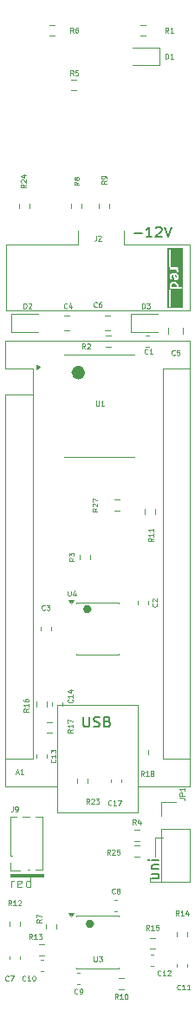
<source format=gto>
G04 #@! TF.GenerationSoftware,KiCad,Pcbnew,9.0.7*
G04 #@! TF.CreationDate,2026-01-04T21:44:44+01:00*
G04 #@! TF.ProjectId,board_B,626f6172-645f-4422-9e6b-696361645f70,rev?*
G04 #@! TF.SameCoordinates,Original*
G04 #@! TF.FileFunction,Legend,Top*
G04 #@! TF.FilePolarity,Positive*
%FSLAX46Y46*%
G04 Gerber Fmt 4.6, Leading zero omitted, Abs format (unit mm)*
G04 Created by KiCad (PCBNEW 9.0.7) date 2026-01-04 21:44:44*
%MOMM*%
%LPD*%
G01*
G04 APERTURE LIST*
%ADD10C,0.100000*%
%ADD11C,0.409210*%
%ADD12C,0.663210*%
%ADD13C,0.200000*%
%ADD14C,0.125000*%
%ADD15C,0.150000*%
%ADD16C,0.120000*%
G04 APERTURE END LIST*
D10*
X141430000Y-137338000D02*
X144666000Y-137338000D01*
X144666000Y-137592000D01*
X141430000Y-137592000D01*
X141430000Y-137338000D01*
G36*
X141430000Y-137338000D02*
G01*
X144666000Y-137338000D01*
X144666000Y-137592000D01*
X141430000Y-137592000D01*
X141430000Y-137338000D01*
G37*
D11*
X149188605Y-111430000D02*
G75*
G02*
X148779395Y-111430000I-204605J0D01*
G01*
X148779395Y-111430000D02*
G75*
G02*
X149188605Y-111430000I204605J0D01*
G01*
D10*
X155588000Y-133782000D02*
X156350000Y-133782000D01*
X155588000Y-135623500D02*
X155588000Y-133782000D01*
X155080000Y-137655500D02*
X155080000Y-138036500D01*
D12*
X148426605Y-88337790D02*
G75*
G02*
X147763395Y-88337790I-331605J0D01*
G01*
X147763395Y-88337790D02*
G75*
G02*
X148426605Y-88337790I331605J0D01*
G01*
D11*
X149442605Y-142164000D02*
G75*
G02*
X149033395Y-142164000I-204605J0D01*
G01*
X149033395Y-142164000D02*
G75*
G02*
X149442605Y-142164000I204605J0D01*
G01*
D10*
X155080000Y-138100000D02*
X156350000Y-138100000D01*
X141540884Y-138607419D02*
X141540884Y-137940752D01*
X141540884Y-138131228D02*
X141588503Y-138035990D01*
X141588503Y-138035990D02*
X141636122Y-137988371D01*
X141636122Y-137988371D02*
X141731360Y-137940752D01*
X141731360Y-137940752D02*
X141826598Y-137940752D01*
X142540884Y-138559800D02*
X142445646Y-138607419D01*
X142445646Y-138607419D02*
X142255170Y-138607419D01*
X142255170Y-138607419D02*
X142159932Y-138559800D01*
X142159932Y-138559800D02*
X142112313Y-138464561D01*
X142112313Y-138464561D02*
X142112313Y-138083609D01*
X142112313Y-138083609D02*
X142159932Y-137988371D01*
X142159932Y-137988371D02*
X142255170Y-137940752D01*
X142255170Y-137940752D02*
X142445646Y-137940752D01*
X142445646Y-137940752D02*
X142540884Y-137988371D01*
X142540884Y-137988371D02*
X142588503Y-138083609D01*
X142588503Y-138083609D02*
X142588503Y-138178847D01*
X142588503Y-138178847D02*
X142112313Y-138274085D01*
X143445646Y-138607419D02*
X143445646Y-137607419D01*
X143445646Y-138559800D02*
X143350408Y-138607419D01*
X143350408Y-138607419D02*
X143159932Y-138607419D01*
X143159932Y-138607419D02*
X143064694Y-138559800D01*
X143064694Y-138559800D02*
X143017075Y-138512180D01*
X143017075Y-138512180D02*
X142969456Y-138416942D01*
X142969456Y-138416942D02*
X142969456Y-138131228D01*
X142969456Y-138131228D02*
X143017075Y-138035990D01*
X143017075Y-138035990D02*
X143064694Y-137988371D01*
X143064694Y-137988371D02*
X143159932Y-137940752D01*
X143159932Y-137940752D02*
X143350408Y-137940752D01*
X143350408Y-137940752D02*
X143445646Y-137988371D01*
D13*
X155296552Y-137301755D02*
X155963219Y-137301755D01*
X155296552Y-137730326D02*
X155820361Y-137730326D01*
X155820361Y-137730326D02*
X155915600Y-137682707D01*
X155915600Y-137682707D02*
X155963219Y-137587469D01*
X155963219Y-137587469D02*
X155963219Y-137444612D01*
X155963219Y-137444612D02*
X155915600Y-137349374D01*
X155915600Y-137349374D02*
X155867980Y-137301755D01*
X155296552Y-136825564D02*
X155963219Y-136825564D01*
X155391790Y-136825564D02*
X155344171Y-136777945D01*
X155344171Y-136777945D02*
X155296552Y-136682707D01*
X155296552Y-136682707D02*
X155296552Y-136539850D01*
X155296552Y-136539850D02*
X155344171Y-136444612D01*
X155344171Y-136444612D02*
X155439409Y-136396993D01*
X155439409Y-136396993D02*
X155963219Y-136396993D01*
X155963219Y-135920802D02*
X155296552Y-135920802D01*
X154963219Y-135920802D02*
X155010838Y-135968421D01*
X155010838Y-135968421D02*
X155058457Y-135920802D01*
X155058457Y-135920802D02*
X155010838Y-135873183D01*
X155010838Y-135873183D02*
X154963219Y-135920802D01*
X154963219Y-135920802D02*
X155058457Y-135920802D01*
D14*
X144509809Y-141739333D02*
X144271714Y-141905999D01*
X144509809Y-142025047D02*
X144009809Y-142025047D01*
X144009809Y-142025047D02*
X144009809Y-141834571D01*
X144009809Y-141834571D02*
X144033619Y-141786952D01*
X144033619Y-141786952D02*
X144057428Y-141763142D01*
X144057428Y-141763142D02*
X144105047Y-141739333D01*
X144105047Y-141739333D02*
X144176476Y-141739333D01*
X144176476Y-141739333D02*
X144224095Y-141763142D01*
X144224095Y-141763142D02*
X144247904Y-141786952D01*
X144247904Y-141786952D02*
X144271714Y-141834571D01*
X144271714Y-141834571D02*
X144271714Y-142025047D01*
X144009809Y-141572666D02*
X144009809Y-141239333D01*
X144009809Y-141239333D02*
X144509809Y-141453618D01*
X156615952Y-57679809D02*
X156615952Y-57179809D01*
X156615952Y-57179809D02*
X156735000Y-57179809D01*
X156735000Y-57179809D02*
X156806428Y-57203619D01*
X156806428Y-57203619D02*
X156854047Y-57251238D01*
X156854047Y-57251238D02*
X156877857Y-57298857D01*
X156877857Y-57298857D02*
X156901666Y-57394095D01*
X156901666Y-57394095D02*
X156901666Y-57465523D01*
X156901666Y-57465523D02*
X156877857Y-57560761D01*
X156877857Y-57560761D02*
X156854047Y-57608380D01*
X156854047Y-57608380D02*
X156806428Y-57656000D01*
X156806428Y-57656000D02*
X156735000Y-57679809D01*
X156735000Y-57679809D02*
X156615952Y-57679809D01*
X157377857Y-57679809D02*
X157092143Y-57679809D01*
X157235000Y-57679809D02*
X157235000Y-57179809D01*
X157235000Y-57179809D02*
X157187381Y-57251238D01*
X157187381Y-57251238D02*
X157139762Y-57298857D01*
X157139762Y-57298857D02*
X157092143Y-57322666D01*
X147557809Y-123181428D02*
X147319714Y-123348094D01*
X147557809Y-123467142D02*
X147057809Y-123467142D01*
X147057809Y-123467142D02*
X147057809Y-123276666D01*
X147057809Y-123276666D02*
X147081619Y-123229047D01*
X147081619Y-123229047D02*
X147105428Y-123205237D01*
X147105428Y-123205237D02*
X147153047Y-123181428D01*
X147153047Y-123181428D02*
X147224476Y-123181428D01*
X147224476Y-123181428D02*
X147272095Y-123205237D01*
X147272095Y-123205237D02*
X147295904Y-123229047D01*
X147295904Y-123229047D02*
X147319714Y-123276666D01*
X147319714Y-123276666D02*
X147319714Y-123467142D01*
X147557809Y-122705237D02*
X147557809Y-122990951D01*
X147557809Y-122848094D02*
X147057809Y-122848094D01*
X147057809Y-122848094D02*
X147129238Y-122895713D01*
X147129238Y-122895713D02*
X147176857Y-122943332D01*
X147176857Y-122943332D02*
X147200666Y-122990951D01*
X147057809Y-122538571D02*
X147057809Y-122205238D01*
X147057809Y-122205238D02*
X147557809Y-122419523D01*
X147630666Y-59330809D02*
X147464000Y-59092714D01*
X147344952Y-59330809D02*
X147344952Y-58830809D01*
X147344952Y-58830809D02*
X147535428Y-58830809D01*
X147535428Y-58830809D02*
X147583047Y-58854619D01*
X147583047Y-58854619D02*
X147606857Y-58878428D01*
X147606857Y-58878428D02*
X147630666Y-58926047D01*
X147630666Y-58926047D02*
X147630666Y-58997476D01*
X147630666Y-58997476D02*
X147606857Y-59045095D01*
X147606857Y-59045095D02*
X147583047Y-59068904D01*
X147583047Y-59068904D02*
X147535428Y-59092714D01*
X147535428Y-59092714D02*
X147344952Y-59092714D01*
X148083047Y-58830809D02*
X147844952Y-58830809D01*
X147844952Y-58830809D02*
X147821143Y-59068904D01*
X147821143Y-59068904D02*
X147844952Y-59045095D01*
X147844952Y-59045095D02*
X147892571Y-59021285D01*
X147892571Y-59021285D02*
X148011619Y-59021285D01*
X148011619Y-59021285D02*
X148059238Y-59045095D01*
X148059238Y-59045095D02*
X148083047Y-59068904D01*
X148083047Y-59068904D02*
X148106857Y-59116523D01*
X148106857Y-59116523D02*
X148106857Y-59235571D01*
X148106857Y-59235571D02*
X148083047Y-59283190D01*
X148083047Y-59283190D02*
X148059238Y-59307000D01*
X148059238Y-59307000D02*
X148011619Y-59330809D01*
X148011619Y-59330809D02*
X147892571Y-59330809D01*
X147892571Y-59330809D02*
X147844952Y-59307000D01*
X147844952Y-59307000D02*
X147821143Y-59283190D01*
X141705333Y-130712809D02*
X141705333Y-131069952D01*
X141705333Y-131069952D02*
X141681524Y-131141380D01*
X141681524Y-131141380D02*
X141633905Y-131189000D01*
X141633905Y-131189000D02*
X141562476Y-131212809D01*
X141562476Y-131212809D02*
X141514857Y-131212809D01*
X141967238Y-131212809D02*
X142062476Y-131212809D01*
X142062476Y-131212809D02*
X142110095Y-131189000D01*
X142110095Y-131189000D02*
X142133904Y-131165190D01*
X142133904Y-131165190D02*
X142181523Y-131093761D01*
X142181523Y-131093761D02*
X142205333Y-130998523D01*
X142205333Y-130998523D02*
X142205333Y-130808047D01*
X142205333Y-130808047D02*
X142181523Y-130760428D01*
X142181523Y-130760428D02*
X142157714Y-130736619D01*
X142157714Y-130736619D02*
X142110095Y-130712809D01*
X142110095Y-130712809D02*
X142014857Y-130712809D01*
X142014857Y-130712809D02*
X141967238Y-130736619D01*
X141967238Y-130736619D02*
X141943428Y-130760428D01*
X141943428Y-130760428D02*
X141919619Y-130808047D01*
X141919619Y-130808047D02*
X141919619Y-130927095D01*
X141919619Y-130927095D02*
X141943428Y-130974714D01*
X141943428Y-130974714D02*
X141967238Y-130998523D01*
X141967238Y-130998523D02*
X142014857Y-131022333D01*
X142014857Y-131022333D02*
X142110095Y-131022333D01*
X142110095Y-131022333D02*
X142157714Y-130998523D01*
X142157714Y-130998523D02*
X142181523Y-130974714D01*
X142181523Y-130974714D02*
X142205333Y-130927095D01*
X141550571Y-140356809D02*
X141383905Y-140118714D01*
X141264857Y-140356809D02*
X141264857Y-139856809D01*
X141264857Y-139856809D02*
X141455333Y-139856809D01*
X141455333Y-139856809D02*
X141502952Y-139880619D01*
X141502952Y-139880619D02*
X141526762Y-139904428D01*
X141526762Y-139904428D02*
X141550571Y-139952047D01*
X141550571Y-139952047D02*
X141550571Y-140023476D01*
X141550571Y-140023476D02*
X141526762Y-140071095D01*
X141526762Y-140071095D02*
X141502952Y-140094904D01*
X141502952Y-140094904D02*
X141455333Y-140118714D01*
X141455333Y-140118714D02*
X141264857Y-140118714D01*
X142026762Y-140356809D02*
X141741048Y-140356809D01*
X141883905Y-140356809D02*
X141883905Y-139856809D01*
X141883905Y-139856809D02*
X141836286Y-139928238D01*
X141836286Y-139928238D02*
X141788667Y-139975857D01*
X141788667Y-139975857D02*
X141741048Y-139999666D01*
X142217238Y-139904428D02*
X142241047Y-139880619D01*
X142241047Y-139880619D02*
X142288666Y-139856809D01*
X142288666Y-139856809D02*
X142407714Y-139856809D01*
X142407714Y-139856809D02*
X142455333Y-139880619D01*
X142455333Y-139880619D02*
X142479142Y-139904428D01*
X142479142Y-139904428D02*
X142502952Y-139952047D01*
X142502952Y-139952047D02*
X142502952Y-139999666D01*
X142502952Y-139999666D02*
X142479142Y-140071095D01*
X142479142Y-140071095D02*
X142193428Y-140356809D01*
X142193428Y-140356809D02*
X142502952Y-140356809D01*
X157933571Y-141359809D02*
X157766905Y-141121714D01*
X157647857Y-141359809D02*
X157647857Y-140859809D01*
X157647857Y-140859809D02*
X157838333Y-140859809D01*
X157838333Y-140859809D02*
X157885952Y-140883619D01*
X157885952Y-140883619D02*
X157909762Y-140907428D01*
X157909762Y-140907428D02*
X157933571Y-140955047D01*
X157933571Y-140955047D02*
X157933571Y-141026476D01*
X157933571Y-141026476D02*
X157909762Y-141074095D01*
X157909762Y-141074095D02*
X157885952Y-141097904D01*
X157885952Y-141097904D02*
X157838333Y-141121714D01*
X157838333Y-141121714D02*
X157647857Y-141121714D01*
X158409762Y-141359809D02*
X158124048Y-141359809D01*
X158266905Y-141359809D02*
X158266905Y-140859809D01*
X158266905Y-140859809D02*
X158219286Y-140931238D01*
X158219286Y-140931238D02*
X158171667Y-140978857D01*
X158171667Y-140978857D02*
X158124048Y-141002666D01*
X158838333Y-141026476D02*
X158838333Y-141359809D01*
X158719285Y-140836000D02*
X158600238Y-141193142D01*
X158600238Y-141193142D02*
X158909761Y-141193142D01*
X149833333Y-74959809D02*
X149833333Y-75316952D01*
X149833333Y-75316952D02*
X149809524Y-75388380D01*
X149809524Y-75388380D02*
X149761905Y-75436000D01*
X149761905Y-75436000D02*
X149690476Y-75459809D01*
X149690476Y-75459809D02*
X149642857Y-75459809D01*
X150047619Y-75007428D02*
X150071428Y-74983619D01*
X150071428Y-74983619D02*
X150119047Y-74959809D01*
X150119047Y-74959809D02*
X150238095Y-74959809D01*
X150238095Y-74959809D02*
X150285714Y-74983619D01*
X150285714Y-74983619D02*
X150309523Y-75007428D01*
X150309523Y-75007428D02*
X150333333Y-75055047D01*
X150333333Y-75055047D02*
X150333333Y-75102666D01*
X150333333Y-75102666D02*
X150309523Y-75174095D01*
X150309523Y-75174095D02*
X150023809Y-75459809D01*
X150023809Y-75459809D02*
X150333333Y-75459809D01*
D13*
X153544673Y-74721266D02*
X154306578Y-74721266D01*
X155306577Y-75102219D02*
X154735149Y-75102219D01*
X155020863Y-75102219D02*
X155020863Y-74102219D01*
X155020863Y-74102219D02*
X154925625Y-74245076D01*
X154925625Y-74245076D02*
X154830387Y-74340314D01*
X154830387Y-74340314D02*
X154735149Y-74387933D01*
X155687530Y-74197457D02*
X155735149Y-74149838D01*
X155735149Y-74149838D02*
X155830387Y-74102219D01*
X155830387Y-74102219D02*
X156068482Y-74102219D01*
X156068482Y-74102219D02*
X156163720Y-74149838D01*
X156163720Y-74149838D02*
X156211339Y-74197457D01*
X156211339Y-74197457D02*
X156258958Y-74292695D01*
X156258958Y-74292695D02*
X156258958Y-74387933D01*
X156258958Y-74387933D02*
X156211339Y-74530790D01*
X156211339Y-74530790D02*
X155639911Y-75102219D01*
X155639911Y-75102219D02*
X156258958Y-75102219D01*
X156544673Y-74102219D02*
X156878006Y-75102219D01*
X156878006Y-75102219D02*
X157211339Y-74102219D01*
G36*
X157629973Y-79702860D02*
G01*
X157654642Y-79727528D01*
X157684447Y-79787138D01*
X157684447Y-79930400D01*
X157675025Y-79949245D01*
X157227202Y-79949245D01*
X157217780Y-79930400D01*
X157217780Y-79787137D01*
X157247583Y-79727530D01*
X157272254Y-79702859D01*
X157331864Y-79673055D01*
X157570364Y-79673055D01*
X157629973Y-79702860D01*
G37*
G36*
X157662292Y-78838067D02*
G01*
X157684447Y-78882376D01*
X157684447Y-79025638D01*
X157662292Y-79069946D01*
X157627391Y-79087397D01*
X157573094Y-78815912D01*
X157617983Y-78815912D01*
X157662292Y-78838067D01*
G37*
G36*
X158326970Y-82020340D02*
G01*
X156811431Y-82020340D01*
X156811431Y-80287341D01*
X156922542Y-80287341D01*
X156922542Y-81049245D01*
X156922542Y-81049246D01*
X156922542Y-81811150D01*
X156924463Y-81830659D01*
X156939395Y-81866707D01*
X156966985Y-81894297D01*
X157003033Y-81909229D01*
X157042051Y-81909229D01*
X157078099Y-81894297D01*
X157105689Y-81866707D01*
X157120621Y-81830659D01*
X157122542Y-81811150D01*
X157122542Y-81049246D01*
X157122542Y-81049245D01*
X157122542Y-80287341D01*
X157120621Y-80267832D01*
X157105689Y-80231784D01*
X157078099Y-80204194D01*
X157042051Y-80189262D01*
X157003033Y-80189262D01*
X156966985Y-80204194D01*
X156939395Y-80231784D01*
X156924463Y-80267832D01*
X156922542Y-80287341D01*
X156811431Y-80287341D01*
X156811431Y-79763531D01*
X157017780Y-79763531D01*
X157017780Y-79954007D01*
X157019701Y-79973516D01*
X157021076Y-79976835D01*
X157021331Y-79980421D01*
X157028338Y-79998729D01*
X157030638Y-80003330D01*
X157019701Y-80029736D01*
X157019701Y-80068754D01*
X157034633Y-80104802D01*
X157062223Y-80132392D01*
X157098271Y-80147324D01*
X157117780Y-80149245D01*
X158117780Y-80149245D01*
X158137289Y-80147324D01*
X158173337Y-80132392D01*
X158200927Y-80104802D01*
X158215859Y-80068754D01*
X158215859Y-80029736D01*
X158200927Y-79993688D01*
X158173337Y-79966098D01*
X158137289Y-79951166D01*
X158117780Y-79949245D01*
X157884447Y-79949245D01*
X157884447Y-79763531D01*
X157882526Y-79744022D01*
X157881150Y-79740701D01*
X157880896Y-79737118D01*
X157873890Y-79718809D01*
X157826271Y-79623572D01*
X157820985Y-79615175D01*
X157819975Y-79612735D01*
X157817721Y-79609989D01*
X157815828Y-79606981D01*
X157813830Y-79605248D01*
X157807538Y-79597582D01*
X157759920Y-79549963D01*
X157752249Y-79543668D01*
X157750520Y-79541674D01*
X157747512Y-79539780D01*
X157744766Y-79537527D01*
X157742326Y-79536516D01*
X157733930Y-79531231D01*
X157638692Y-79483612D01*
X157620384Y-79476606D01*
X157616800Y-79476351D01*
X157613480Y-79474976D01*
X157593971Y-79473055D01*
X157308257Y-79473055D01*
X157288748Y-79474976D01*
X157285427Y-79476351D01*
X157281844Y-79476606D01*
X157263535Y-79483612D01*
X157168298Y-79531231D01*
X157159901Y-79536516D01*
X157157461Y-79537527D01*
X157154715Y-79539780D01*
X157151707Y-79541674D01*
X157149974Y-79543671D01*
X157142308Y-79549964D01*
X157094689Y-79597582D01*
X157088397Y-79605248D01*
X157086401Y-79606980D01*
X157084506Y-79609990D01*
X157082253Y-79612736D01*
X157081242Y-79615175D01*
X157075958Y-79623571D01*
X157028338Y-79718809D01*
X157021331Y-79737117D01*
X157021076Y-79740702D01*
X157019701Y-79744022D01*
X157017780Y-79763531D01*
X156811431Y-79763531D01*
X156811431Y-78858769D01*
X157017780Y-78858769D01*
X157017780Y-79049245D01*
X157019701Y-79068754D01*
X157021076Y-79072073D01*
X157021331Y-79075659D01*
X157028338Y-79093967D01*
X157075958Y-79189205D01*
X157086401Y-79205796D01*
X157115878Y-79231360D01*
X157152894Y-79243698D01*
X157191814Y-79240932D01*
X157226712Y-79223483D01*
X157252277Y-79194006D01*
X157264615Y-79156990D01*
X157261849Y-79118070D01*
X157254842Y-79099761D01*
X157217780Y-79025638D01*
X157217780Y-78882375D01*
X157239934Y-78838067D01*
X157284245Y-78815912D01*
X157369134Y-78815912D01*
X157448273Y-79211608D01*
X157448273Y-79211611D01*
X157448274Y-79211613D01*
X157448294Y-79211713D01*
X157454004Y-79230467D01*
X157459455Y-79238607D01*
X157463205Y-79247659D01*
X157470206Y-79254660D01*
X157475715Y-79262886D01*
X157483866Y-79268320D01*
X157490795Y-79275249D01*
X157499942Y-79279038D01*
X157508180Y-79284530D01*
X157517790Y-79286431D01*
X157526843Y-79290181D01*
X157546352Y-79292102D01*
X157546457Y-79292102D01*
X157641590Y-79292102D01*
X157661099Y-79290181D01*
X157664419Y-79288805D01*
X157668003Y-79288551D01*
X157686311Y-79281545D01*
X157781549Y-79233926D01*
X157784812Y-79231872D01*
X157786351Y-79231359D01*
X157788267Y-79229696D01*
X157798139Y-79223483D01*
X157806352Y-79214012D01*
X157815828Y-79205795D01*
X157822042Y-79195921D01*
X157823704Y-79194006D01*
X157824216Y-79192467D01*
X157826271Y-79189204D01*
X157873890Y-79093967D01*
X157880896Y-79075658D01*
X157881150Y-79072074D01*
X157882526Y-79068754D01*
X157884447Y-79049245D01*
X157884447Y-78858769D01*
X157882526Y-78839260D01*
X157881150Y-78835939D01*
X157880896Y-78832356D01*
X157873890Y-78814047D01*
X157826271Y-78718810D01*
X157824216Y-78715546D01*
X157823704Y-78714008D01*
X157822042Y-78712092D01*
X157815828Y-78702219D01*
X157806352Y-78694001D01*
X157798139Y-78684531D01*
X157788267Y-78678317D01*
X157786351Y-78676655D01*
X157784812Y-78676141D01*
X157781549Y-78674088D01*
X157686311Y-78626469D01*
X157668003Y-78619463D01*
X157664419Y-78619208D01*
X157661099Y-78617833D01*
X157641590Y-78615912D01*
X157260638Y-78615912D01*
X157241129Y-78617833D01*
X157237808Y-78619208D01*
X157234225Y-78619463D01*
X157215916Y-78626469D01*
X157120679Y-78674088D01*
X157117417Y-78676140D01*
X157115878Y-78676654D01*
X157113960Y-78678316D01*
X157104088Y-78684531D01*
X157095873Y-78694003D01*
X157086401Y-78702218D01*
X157080186Y-78712090D01*
X157078524Y-78714008D01*
X157078010Y-78715547D01*
X157075958Y-78718809D01*
X157028338Y-78814047D01*
X157021331Y-78832355D01*
X157021076Y-78835940D01*
X157019701Y-78839260D01*
X157017780Y-78858769D01*
X156811431Y-78858769D01*
X156811431Y-78124974D01*
X157019701Y-78124974D01*
X157019701Y-78163992D01*
X157034633Y-78200040D01*
X157062223Y-78227630D01*
X157098271Y-78242562D01*
X157117780Y-78244483D01*
X157570364Y-78244483D01*
X157629973Y-78274288D01*
X157654642Y-78298956D01*
X157684447Y-78358566D01*
X157684447Y-78430197D01*
X157686368Y-78449706D01*
X157701300Y-78485754D01*
X157728890Y-78513344D01*
X157764938Y-78528276D01*
X157803956Y-78528276D01*
X157840004Y-78513344D01*
X157867594Y-78485754D01*
X157882526Y-78449706D01*
X157884447Y-78430197D01*
X157884447Y-78334959D01*
X157882526Y-78315450D01*
X157881150Y-78312129D01*
X157880896Y-78308546D01*
X157873890Y-78290237D01*
X157841725Y-78225908D01*
X157867594Y-78200040D01*
X157882526Y-78163992D01*
X157882526Y-78124974D01*
X157867594Y-78088926D01*
X157840004Y-78061336D01*
X157803956Y-78046404D01*
X157784447Y-78044483D01*
X157117780Y-78044483D01*
X157098271Y-78046404D01*
X157062223Y-78061336D01*
X157034633Y-78088926D01*
X157019701Y-78124974D01*
X156811431Y-78124974D01*
X156811431Y-76382578D01*
X156922542Y-76382578D01*
X156922542Y-77144482D01*
X156922542Y-77144483D01*
X156922542Y-77906387D01*
X156924463Y-77925896D01*
X156939395Y-77961944D01*
X156966985Y-77989534D01*
X157003033Y-78004466D01*
X157042051Y-78004466D01*
X157078099Y-77989534D01*
X157105689Y-77961944D01*
X157120621Y-77925896D01*
X157122542Y-77906387D01*
X157122542Y-77144483D01*
X157122542Y-77144482D01*
X157122542Y-76382578D01*
X157120621Y-76363069D01*
X157105689Y-76327021D01*
X157078099Y-76299431D01*
X157042051Y-76284499D01*
X157003033Y-76284499D01*
X156966985Y-76299431D01*
X156939395Y-76327021D01*
X156924463Y-76363069D01*
X156922542Y-76382578D01*
X156811431Y-76382578D01*
X156811431Y-76173388D01*
X158326970Y-76173388D01*
X158326970Y-82020340D01*
G37*
D14*
X147079047Y-109659809D02*
X147079047Y-110064571D01*
X147079047Y-110064571D02*
X147102857Y-110112190D01*
X147102857Y-110112190D02*
X147126666Y-110136000D01*
X147126666Y-110136000D02*
X147174285Y-110159809D01*
X147174285Y-110159809D02*
X147269523Y-110159809D01*
X147269523Y-110159809D02*
X147317142Y-110136000D01*
X147317142Y-110136000D02*
X147340952Y-110112190D01*
X147340952Y-110112190D02*
X147364761Y-110064571D01*
X147364761Y-110064571D02*
X147364761Y-109659809D01*
X147817143Y-109826476D02*
X147817143Y-110159809D01*
X147698095Y-109636000D02*
X147579048Y-109993142D01*
X147579048Y-109993142D02*
X147888571Y-109993142D01*
X143239809Y-121149428D02*
X143001714Y-121316094D01*
X143239809Y-121435142D02*
X142739809Y-121435142D01*
X142739809Y-121435142D02*
X142739809Y-121244666D01*
X142739809Y-121244666D02*
X142763619Y-121197047D01*
X142763619Y-121197047D02*
X142787428Y-121173237D01*
X142787428Y-121173237D02*
X142835047Y-121149428D01*
X142835047Y-121149428D02*
X142906476Y-121149428D01*
X142906476Y-121149428D02*
X142954095Y-121173237D01*
X142954095Y-121173237D02*
X142977904Y-121197047D01*
X142977904Y-121197047D02*
X143001714Y-121244666D01*
X143001714Y-121244666D02*
X143001714Y-121435142D01*
X143239809Y-120673237D02*
X143239809Y-120958951D01*
X143239809Y-120816094D02*
X142739809Y-120816094D01*
X142739809Y-120816094D02*
X142811238Y-120863713D01*
X142811238Y-120863713D02*
X142858857Y-120911332D01*
X142858857Y-120911332D02*
X142882666Y-120958951D01*
X142739809Y-120244666D02*
X142739809Y-120339904D01*
X142739809Y-120339904D02*
X142763619Y-120387523D01*
X142763619Y-120387523D02*
X142787428Y-120411333D01*
X142787428Y-120411333D02*
X142858857Y-120458952D01*
X142858857Y-120458952D02*
X142954095Y-120482761D01*
X142954095Y-120482761D02*
X143144571Y-120482761D01*
X143144571Y-120482761D02*
X143192190Y-120458952D01*
X143192190Y-120458952D02*
X143216000Y-120435142D01*
X143216000Y-120435142D02*
X143239809Y-120387523D01*
X143239809Y-120387523D02*
X143239809Y-120292285D01*
X143239809Y-120292285D02*
X143216000Y-120244666D01*
X143216000Y-120244666D02*
X143192190Y-120220857D01*
X143192190Y-120220857D02*
X143144571Y-120197047D01*
X143144571Y-120197047D02*
X143025523Y-120197047D01*
X143025523Y-120197047D02*
X142977904Y-120220857D01*
X142977904Y-120220857D02*
X142954095Y-120244666D01*
X142954095Y-120244666D02*
X142930285Y-120292285D01*
X142930285Y-120292285D02*
X142930285Y-120387523D01*
X142930285Y-120387523D02*
X142954095Y-120435142D01*
X142954095Y-120435142D02*
X142977904Y-120458952D01*
X142977904Y-120458952D02*
X143025523Y-120482761D01*
X156155571Y-147167190D02*
X156131762Y-147191000D01*
X156131762Y-147191000D02*
X156060333Y-147214809D01*
X156060333Y-147214809D02*
X156012714Y-147214809D01*
X156012714Y-147214809D02*
X155941286Y-147191000D01*
X155941286Y-147191000D02*
X155893667Y-147143380D01*
X155893667Y-147143380D02*
X155869857Y-147095761D01*
X155869857Y-147095761D02*
X155846048Y-147000523D01*
X155846048Y-147000523D02*
X155846048Y-146929095D01*
X155846048Y-146929095D02*
X155869857Y-146833857D01*
X155869857Y-146833857D02*
X155893667Y-146786238D01*
X155893667Y-146786238D02*
X155941286Y-146738619D01*
X155941286Y-146738619D02*
X156012714Y-146714809D01*
X156012714Y-146714809D02*
X156060333Y-146714809D01*
X156060333Y-146714809D02*
X156131762Y-146738619D01*
X156131762Y-146738619D02*
X156155571Y-146762428D01*
X156631762Y-147214809D02*
X156346048Y-147214809D01*
X156488905Y-147214809D02*
X156488905Y-146714809D01*
X156488905Y-146714809D02*
X156441286Y-146786238D01*
X156441286Y-146786238D02*
X156393667Y-146833857D01*
X156393667Y-146833857D02*
X156346048Y-146857666D01*
X156822238Y-146762428D02*
X156846047Y-146738619D01*
X156846047Y-146738619D02*
X156893666Y-146714809D01*
X156893666Y-146714809D02*
X157012714Y-146714809D01*
X157012714Y-146714809D02*
X157060333Y-146738619D01*
X157060333Y-146738619D02*
X157084142Y-146762428D01*
X157084142Y-146762428D02*
X157107952Y-146810047D01*
X157107952Y-146810047D02*
X157107952Y-146857666D01*
X157107952Y-146857666D02*
X157084142Y-146929095D01*
X157084142Y-146929095D02*
X156798428Y-147214809D01*
X156798428Y-147214809D02*
X157107952Y-147214809D01*
X147510190Y-120260428D02*
X147534000Y-120284237D01*
X147534000Y-120284237D02*
X147557809Y-120355666D01*
X147557809Y-120355666D02*
X147557809Y-120403285D01*
X147557809Y-120403285D02*
X147534000Y-120474713D01*
X147534000Y-120474713D02*
X147486380Y-120522332D01*
X147486380Y-120522332D02*
X147438761Y-120546142D01*
X147438761Y-120546142D02*
X147343523Y-120569951D01*
X147343523Y-120569951D02*
X147272095Y-120569951D01*
X147272095Y-120569951D02*
X147176857Y-120546142D01*
X147176857Y-120546142D02*
X147129238Y-120522332D01*
X147129238Y-120522332D02*
X147081619Y-120474713D01*
X147081619Y-120474713D02*
X147057809Y-120403285D01*
X147057809Y-120403285D02*
X147057809Y-120355666D01*
X147057809Y-120355666D02*
X147081619Y-120284237D01*
X147081619Y-120284237D02*
X147105428Y-120260428D01*
X147557809Y-119784237D02*
X147557809Y-120069951D01*
X147557809Y-119927094D02*
X147057809Y-119927094D01*
X147057809Y-119927094D02*
X147129238Y-119974713D01*
X147129238Y-119974713D02*
X147176857Y-120022332D01*
X147176857Y-120022332D02*
X147200666Y-120069951D01*
X147224476Y-119355666D02*
X147557809Y-119355666D01*
X147034000Y-119474714D02*
X147391142Y-119593761D01*
X147391142Y-119593761D02*
X147391142Y-119284238D01*
X149916666Y-81889190D02*
X149892857Y-81913000D01*
X149892857Y-81913000D02*
X149821428Y-81936809D01*
X149821428Y-81936809D02*
X149773809Y-81936809D01*
X149773809Y-81936809D02*
X149702381Y-81913000D01*
X149702381Y-81913000D02*
X149654762Y-81865380D01*
X149654762Y-81865380D02*
X149630952Y-81817761D01*
X149630952Y-81817761D02*
X149607143Y-81722523D01*
X149607143Y-81722523D02*
X149607143Y-81651095D01*
X149607143Y-81651095D02*
X149630952Y-81555857D01*
X149630952Y-81555857D02*
X149654762Y-81508238D01*
X149654762Y-81508238D02*
X149702381Y-81460619D01*
X149702381Y-81460619D02*
X149773809Y-81436809D01*
X149773809Y-81436809D02*
X149821428Y-81436809D01*
X149821428Y-81436809D02*
X149892857Y-81460619D01*
X149892857Y-81460619D02*
X149916666Y-81484428D01*
X150345238Y-81436809D02*
X150250000Y-81436809D01*
X150250000Y-81436809D02*
X150202381Y-81460619D01*
X150202381Y-81460619D02*
X150178571Y-81484428D01*
X150178571Y-81484428D02*
X150130952Y-81555857D01*
X150130952Y-81555857D02*
X150107143Y-81651095D01*
X150107143Y-81651095D02*
X150107143Y-81841571D01*
X150107143Y-81841571D02*
X150130952Y-81889190D01*
X150130952Y-81889190D02*
X150154762Y-81913000D01*
X150154762Y-81913000D02*
X150202381Y-81936809D01*
X150202381Y-81936809D02*
X150297619Y-81936809D01*
X150297619Y-81936809D02*
X150345238Y-81913000D01*
X150345238Y-81913000D02*
X150369047Y-81889190D01*
X150369047Y-81889190D02*
X150392857Y-81841571D01*
X150392857Y-81841571D02*
X150392857Y-81722523D01*
X150392857Y-81722523D02*
X150369047Y-81674904D01*
X150369047Y-81674904D02*
X150345238Y-81651095D01*
X150345238Y-81651095D02*
X150297619Y-81627285D01*
X150297619Y-81627285D02*
X150202381Y-81627285D01*
X150202381Y-81627285D02*
X150154762Y-81651095D01*
X150154762Y-81651095D02*
X150130952Y-81674904D01*
X150130952Y-81674904D02*
X150107143Y-81722523D01*
X153726666Y-132482809D02*
X153560000Y-132244714D01*
X153440952Y-132482809D02*
X153440952Y-131982809D01*
X153440952Y-131982809D02*
X153631428Y-131982809D01*
X153631428Y-131982809D02*
X153679047Y-132006619D01*
X153679047Y-132006619D02*
X153702857Y-132030428D01*
X153702857Y-132030428D02*
X153726666Y-132078047D01*
X153726666Y-132078047D02*
X153726666Y-132149476D01*
X153726666Y-132149476D02*
X153702857Y-132197095D01*
X153702857Y-132197095D02*
X153679047Y-132220904D01*
X153679047Y-132220904D02*
X153631428Y-132244714D01*
X153631428Y-132244714D02*
X153440952Y-132244714D01*
X154155238Y-132149476D02*
X154155238Y-132482809D01*
X154036190Y-131959000D02*
X153917143Y-132316142D01*
X153917143Y-132316142D02*
X154226666Y-132316142D01*
X146995666Y-82016190D02*
X146971857Y-82040000D01*
X146971857Y-82040000D02*
X146900428Y-82063809D01*
X146900428Y-82063809D02*
X146852809Y-82063809D01*
X146852809Y-82063809D02*
X146781381Y-82040000D01*
X146781381Y-82040000D02*
X146733762Y-81992380D01*
X146733762Y-81992380D02*
X146709952Y-81944761D01*
X146709952Y-81944761D02*
X146686143Y-81849523D01*
X146686143Y-81849523D02*
X146686143Y-81778095D01*
X146686143Y-81778095D02*
X146709952Y-81682857D01*
X146709952Y-81682857D02*
X146733762Y-81635238D01*
X146733762Y-81635238D02*
X146781381Y-81587619D01*
X146781381Y-81587619D02*
X146852809Y-81563809D01*
X146852809Y-81563809D02*
X146900428Y-81563809D01*
X146900428Y-81563809D02*
X146971857Y-81587619D01*
X146971857Y-81587619D02*
X146995666Y-81611428D01*
X147424238Y-81730476D02*
X147424238Y-82063809D01*
X147305190Y-81540000D02*
X147186143Y-81897142D01*
X147186143Y-81897142D02*
X147495666Y-81897142D01*
X147630666Y-55139809D02*
X147464000Y-54901714D01*
X147344952Y-55139809D02*
X147344952Y-54639809D01*
X147344952Y-54639809D02*
X147535428Y-54639809D01*
X147535428Y-54639809D02*
X147583047Y-54663619D01*
X147583047Y-54663619D02*
X147606857Y-54687428D01*
X147606857Y-54687428D02*
X147630666Y-54735047D01*
X147630666Y-54735047D02*
X147630666Y-54806476D01*
X147630666Y-54806476D02*
X147606857Y-54854095D01*
X147606857Y-54854095D02*
X147583047Y-54877904D01*
X147583047Y-54877904D02*
X147535428Y-54901714D01*
X147535428Y-54901714D02*
X147344952Y-54901714D01*
X148059238Y-54639809D02*
X147964000Y-54639809D01*
X147964000Y-54639809D02*
X147916381Y-54663619D01*
X147916381Y-54663619D02*
X147892571Y-54687428D01*
X147892571Y-54687428D02*
X147844952Y-54758857D01*
X147844952Y-54758857D02*
X147821143Y-54854095D01*
X147821143Y-54854095D02*
X147821143Y-55044571D01*
X147821143Y-55044571D02*
X147844952Y-55092190D01*
X147844952Y-55092190D02*
X147868762Y-55116000D01*
X147868762Y-55116000D02*
X147916381Y-55139809D01*
X147916381Y-55139809D02*
X148011619Y-55139809D01*
X148011619Y-55139809D02*
X148059238Y-55116000D01*
X148059238Y-55116000D02*
X148083047Y-55092190D01*
X148083047Y-55092190D02*
X148106857Y-55044571D01*
X148106857Y-55044571D02*
X148106857Y-54925523D01*
X148106857Y-54925523D02*
X148083047Y-54877904D01*
X148083047Y-54877904D02*
X148059238Y-54854095D01*
X148059238Y-54854095D02*
X148011619Y-54830285D01*
X148011619Y-54830285D02*
X147916381Y-54830285D01*
X147916381Y-54830285D02*
X147868762Y-54854095D01*
X147868762Y-54854095D02*
X147844952Y-54877904D01*
X147844952Y-54877904D02*
X147821143Y-54925523D01*
X151202571Y-135403809D02*
X151035905Y-135165714D01*
X150916857Y-135403809D02*
X150916857Y-134903809D01*
X150916857Y-134903809D02*
X151107333Y-134903809D01*
X151107333Y-134903809D02*
X151154952Y-134927619D01*
X151154952Y-134927619D02*
X151178762Y-134951428D01*
X151178762Y-134951428D02*
X151202571Y-134999047D01*
X151202571Y-134999047D02*
X151202571Y-135070476D01*
X151202571Y-135070476D02*
X151178762Y-135118095D01*
X151178762Y-135118095D02*
X151154952Y-135141904D01*
X151154952Y-135141904D02*
X151107333Y-135165714D01*
X151107333Y-135165714D02*
X150916857Y-135165714D01*
X151393048Y-134951428D02*
X151416857Y-134927619D01*
X151416857Y-134927619D02*
X151464476Y-134903809D01*
X151464476Y-134903809D02*
X151583524Y-134903809D01*
X151583524Y-134903809D02*
X151631143Y-134927619D01*
X151631143Y-134927619D02*
X151654952Y-134951428D01*
X151654952Y-134951428D02*
X151678762Y-134999047D01*
X151678762Y-134999047D02*
X151678762Y-135046666D01*
X151678762Y-135046666D02*
X151654952Y-135118095D01*
X151654952Y-135118095D02*
X151369238Y-135403809D01*
X151369238Y-135403809D02*
X151678762Y-135403809D01*
X152131142Y-134903809D02*
X151893047Y-134903809D01*
X151893047Y-134903809D02*
X151869238Y-135141904D01*
X151869238Y-135141904D02*
X151893047Y-135118095D01*
X151893047Y-135118095D02*
X151940666Y-135094285D01*
X151940666Y-135094285D02*
X152059714Y-135094285D01*
X152059714Y-135094285D02*
X152107333Y-135118095D01*
X152107333Y-135118095D02*
X152131142Y-135141904D01*
X152131142Y-135141904D02*
X152154952Y-135189523D01*
X152154952Y-135189523D02*
X152154952Y-135308571D01*
X152154952Y-135308571D02*
X152131142Y-135356190D01*
X152131142Y-135356190D02*
X152107333Y-135380000D01*
X152107333Y-135380000D02*
X152059714Y-135403809D01*
X152059714Y-135403809D02*
X151940666Y-135403809D01*
X151940666Y-135403809D02*
X151893047Y-135380000D01*
X151893047Y-135380000D02*
X151869238Y-135356190D01*
X154504571Y-127719809D02*
X154337905Y-127481714D01*
X154218857Y-127719809D02*
X154218857Y-127219809D01*
X154218857Y-127219809D02*
X154409333Y-127219809D01*
X154409333Y-127219809D02*
X154456952Y-127243619D01*
X154456952Y-127243619D02*
X154480762Y-127267428D01*
X154480762Y-127267428D02*
X154504571Y-127315047D01*
X154504571Y-127315047D02*
X154504571Y-127386476D01*
X154504571Y-127386476D02*
X154480762Y-127434095D01*
X154480762Y-127434095D02*
X154456952Y-127457904D01*
X154456952Y-127457904D02*
X154409333Y-127481714D01*
X154409333Y-127481714D02*
X154218857Y-127481714D01*
X154980762Y-127719809D02*
X154695048Y-127719809D01*
X154837905Y-127719809D02*
X154837905Y-127219809D01*
X154837905Y-127219809D02*
X154790286Y-127291238D01*
X154790286Y-127291238D02*
X154742667Y-127338857D01*
X154742667Y-127338857D02*
X154695048Y-127362666D01*
X155266476Y-127434095D02*
X155218857Y-127410285D01*
X155218857Y-127410285D02*
X155195047Y-127386476D01*
X155195047Y-127386476D02*
X155171238Y-127338857D01*
X155171238Y-127338857D02*
X155171238Y-127315047D01*
X155171238Y-127315047D02*
X155195047Y-127267428D01*
X155195047Y-127267428D02*
X155218857Y-127243619D01*
X155218857Y-127243619D02*
X155266476Y-127219809D01*
X155266476Y-127219809D02*
X155361714Y-127219809D01*
X155361714Y-127219809D02*
X155409333Y-127243619D01*
X155409333Y-127243619D02*
X155433142Y-127267428D01*
X155433142Y-127267428D02*
X155456952Y-127315047D01*
X155456952Y-127315047D02*
X155456952Y-127338857D01*
X155456952Y-127338857D02*
X155433142Y-127386476D01*
X155433142Y-127386476D02*
X155409333Y-127410285D01*
X155409333Y-127410285D02*
X155361714Y-127434095D01*
X155361714Y-127434095D02*
X155266476Y-127434095D01*
X155266476Y-127434095D02*
X155218857Y-127457904D01*
X155218857Y-127457904D02*
X155195047Y-127481714D01*
X155195047Y-127481714D02*
X155171238Y-127529333D01*
X155171238Y-127529333D02*
X155171238Y-127624571D01*
X155171238Y-127624571D02*
X155195047Y-127672190D01*
X155195047Y-127672190D02*
X155218857Y-127696000D01*
X155218857Y-127696000D02*
X155266476Y-127719809D01*
X155266476Y-127719809D02*
X155361714Y-127719809D01*
X155361714Y-127719809D02*
X155409333Y-127696000D01*
X155409333Y-127696000D02*
X155433142Y-127672190D01*
X155433142Y-127672190D02*
X155456952Y-127624571D01*
X155456952Y-127624571D02*
X155456952Y-127529333D01*
X155456952Y-127529333D02*
X155433142Y-127481714D01*
X155433142Y-127481714D02*
X155409333Y-127457904D01*
X155409333Y-127457904D02*
X155361714Y-127434095D01*
X155012571Y-142769809D02*
X154845905Y-142531714D01*
X154726857Y-142769809D02*
X154726857Y-142269809D01*
X154726857Y-142269809D02*
X154917333Y-142269809D01*
X154917333Y-142269809D02*
X154964952Y-142293619D01*
X154964952Y-142293619D02*
X154988762Y-142317428D01*
X154988762Y-142317428D02*
X155012571Y-142365047D01*
X155012571Y-142365047D02*
X155012571Y-142436476D01*
X155012571Y-142436476D02*
X154988762Y-142484095D01*
X154988762Y-142484095D02*
X154964952Y-142507904D01*
X154964952Y-142507904D02*
X154917333Y-142531714D01*
X154917333Y-142531714D02*
X154726857Y-142531714D01*
X155488762Y-142769809D02*
X155203048Y-142769809D01*
X155345905Y-142769809D02*
X155345905Y-142269809D01*
X155345905Y-142269809D02*
X155298286Y-142341238D01*
X155298286Y-142341238D02*
X155250667Y-142388857D01*
X155250667Y-142388857D02*
X155203048Y-142412666D01*
X155941142Y-142269809D02*
X155703047Y-142269809D01*
X155703047Y-142269809D02*
X155679238Y-142507904D01*
X155679238Y-142507904D02*
X155703047Y-142484095D01*
X155703047Y-142484095D02*
X155750666Y-142460285D01*
X155750666Y-142460285D02*
X155869714Y-142460285D01*
X155869714Y-142460285D02*
X155917333Y-142484095D01*
X155917333Y-142484095D02*
X155941142Y-142507904D01*
X155941142Y-142507904D02*
X155964952Y-142555523D01*
X155964952Y-142555523D02*
X155964952Y-142674571D01*
X155964952Y-142674571D02*
X155941142Y-142722190D01*
X155941142Y-142722190D02*
X155917333Y-142746000D01*
X155917333Y-142746000D02*
X155869714Y-142769809D01*
X155869714Y-142769809D02*
X155750666Y-142769809D01*
X155750666Y-142769809D02*
X155703047Y-142746000D01*
X155703047Y-142746000D02*
X155679238Y-142722190D01*
X142947571Y-147675190D02*
X142923762Y-147699000D01*
X142923762Y-147699000D02*
X142852333Y-147722809D01*
X142852333Y-147722809D02*
X142804714Y-147722809D01*
X142804714Y-147722809D02*
X142733286Y-147699000D01*
X142733286Y-147699000D02*
X142685667Y-147651380D01*
X142685667Y-147651380D02*
X142661857Y-147603761D01*
X142661857Y-147603761D02*
X142638048Y-147508523D01*
X142638048Y-147508523D02*
X142638048Y-147437095D01*
X142638048Y-147437095D02*
X142661857Y-147341857D01*
X142661857Y-147341857D02*
X142685667Y-147294238D01*
X142685667Y-147294238D02*
X142733286Y-147246619D01*
X142733286Y-147246619D02*
X142804714Y-147222809D01*
X142804714Y-147222809D02*
X142852333Y-147222809D01*
X142852333Y-147222809D02*
X142923762Y-147246619D01*
X142923762Y-147246619D02*
X142947571Y-147270428D01*
X143423762Y-147722809D02*
X143138048Y-147722809D01*
X143280905Y-147722809D02*
X143280905Y-147222809D01*
X143280905Y-147222809D02*
X143233286Y-147294238D01*
X143233286Y-147294238D02*
X143185667Y-147341857D01*
X143185667Y-147341857D02*
X143138048Y-147365666D01*
X143733285Y-147222809D02*
X143780904Y-147222809D01*
X143780904Y-147222809D02*
X143828523Y-147246619D01*
X143828523Y-147246619D02*
X143852333Y-147270428D01*
X143852333Y-147270428D02*
X143876142Y-147318047D01*
X143876142Y-147318047D02*
X143899952Y-147413285D01*
X143899952Y-147413285D02*
X143899952Y-147532333D01*
X143899952Y-147532333D02*
X143876142Y-147627571D01*
X143876142Y-147627571D02*
X143852333Y-147675190D01*
X143852333Y-147675190D02*
X143828523Y-147699000D01*
X143828523Y-147699000D02*
X143780904Y-147722809D01*
X143780904Y-147722809D02*
X143733285Y-147722809D01*
X143733285Y-147722809D02*
X143685666Y-147699000D01*
X143685666Y-147699000D02*
X143661857Y-147675190D01*
X143661857Y-147675190D02*
X143638047Y-147627571D01*
X143638047Y-147627571D02*
X143614238Y-147532333D01*
X143614238Y-147532333D02*
X143614238Y-147413285D01*
X143614238Y-147413285D02*
X143638047Y-147318047D01*
X143638047Y-147318047D02*
X143661857Y-147270428D01*
X143661857Y-147270428D02*
X143685666Y-147246619D01*
X143685666Y-147246619D02*
X143733285Y-147222809D01*
X157979809Y-129880666D02*
X158336952Y-129880666D01*
X158336952Y-129880666D02*
X158408380Y-129904475D01*
X158408380Y-129904475D02*
X158456000Y-129952094D01*
X158456000Y-129952094D02*
X158479809Y-130023523D01*
X158479809Y-130023523D02*
X158479809Y-130071142D01*
X158479809Y-129642571D02*
X157979809Y-129642571D01*
X157979809Y-129642571D02*
X157979809Y-129452095D01*
X157979809Y-129452095D02*
X158003619Y-129404476D01*
X158003619Y-129404476D02*
X158027428Y-129380666D01*
X158027428Y-129380666D02*
X158075047Y-129356857D01*
X158075047Y-129356857D02*
X158146476Y-129356857D01*
X158146476Y-129356857D02*
X158194095Y-129380666D01*
X158194095Y-129380666D02*
X158217904Y-129404476D01*
X158217904Y-129404476D02*
X158241714Y-129452095D01*
X158241714Y-129452095D02*
X158241714Y-129642571D01*
X158479809Y-128880666D02*
X158479809Y-129166380D01*
X158479809Y-129023523D02*
X157979809Y-129023523D01*
X157979809Y-129023523D02*
X158051238Y-129071142D01*
X158051238Y-129071142D02*
X158098857Y-129118761D01*
X158098857Y-129118761D02*
X158122666Y-129166380D01*
X149619047Y-145317809D02*
X149619047Y-145722571D01*
X149619047Y-145722571D02*
X149642857Y-145770190D01*
X149642857Y-145770190D02*
X149666666Y-145794000D01*
X149666666Y-145794000D02*
X149714285Y-145817809D01*
X149714285Y-145817809D02*
X149809523Y-145817809D01*
X149809523Y-145817809D02*
X149857142Y-145794000D01*
X149857142Y-145794000D02*
X149880952Y-145770190D01*
X149880952Y-145770190D02*
X149904761Y-145722571D01*
X149904761Y-145722571D02*
X149904761Y-145317809D01*
X150095238Y-145317809D02*
X150404762Y-145317809D01*
X150404762Y-145317809D02*
X150238095Y-145508285D01*
X150238095Y-145508285D02*
X150309524Y-145508285D01*
X150309524Y-145508285D02*
X150357143Y-145532095D01*
X150357143Y-145532095D02*
X150380952Y-145555904D01*
X150380952Y-145555904D02*
X150404762Y-145603523D01*
X150404762Y-145603523D02*
X150404762Y-145722571D01*
X150404762Y-145722571D02*
X150380952Y-145770190D01*
X150380952Y-145770190D02*
X150357143Y-145794000D01*
X150357143Y-145794000D02*
X150309524Y-145817809D01*
X150309524Y-145817809D02*
X150166667Y-145817809D01*
X150166667Y-145817809D02*
X150119048Y-145794000D01*
X150119048Y-145794000D02*
X150095238Y-145770190D01*
X151964571Y-149500809D02*
X151797905Y-149262714D01*
X151678857Y-149500809D02*
X151678857Y-149000809D01*
X151678857Y-149000809D02*
X151869333Y-149000809D01*
X151869333Y-149000809D02*
X151916952Y-149024619D01*
X151916952Y-149024619D02*
X151940762Y-149048428D01*
X151940762Y-149048428D02*
X151964571Y-149096047D01*
X151964571Y-149096047D02*
X151964571Y-149167476D01*
X151964571Y-149167476D02*
X151940762Y-149215095D01*
X151940762Y-149215095D02*
X151916952Y-149238904D01*
X151916952Y-149238904D02*
X151869333Y-149262714D01*
X151869333Y-149262714D02*
X151678857Y-149262714D01*
X152440762Y-149500809D02*
X152155048Y-149500809D01*
X152297905Y-149500809D02*
X152297905Y-149000809D01*
X152297905Y-149000809D02*
X152250286Y-149072238D01*
X152250286Y-149072238D02*
X152202667Y-149119857D01*
X152202667Y-149119857D02*
X152155048Y-149143666D01*
X152750285Y-149000809D02*
X152797904Y-149000809D01*
X152797904Y-149000809D02*
X152845523Y-149024619D01*
X152845523Y-149024619D02*
X152869333Y-149048428D01*
X152869333Y-149048428D02*
X152893142Y-149096047D01*
X152893142Y-149096047D02*
X152916952Y-149191285D01*
X152916952Y-149191285D02*
X152916952Y-149310333D01*
X152916952Y-149310333D02*
X152893142Y-149405571D01*
X152893142Y-149405571D02*
X152869333Y-149453190D01*
X152869333Y-149453190D02*
X152845523Y-149477000D01*
X152845523Y-149477000D02*
X152797904Y-149500809D01*
X152797904Y-149500809D02*
X152750285Y-149500809D01*
X152750285Y-149500809D02*
X152702666Y-149477000D01*
X152702666Y-149477000D02*
X152678857Y-149453190D01*
X152678857Y-149453190D02*
X152655047Y-149405571D01*
X152655047Y-149405571D02*
X152631238Y-149310333D01*
X152631238Y-149310333D02*
X152631238Y-149191285D01*
X152631238Y-149191285D02*
X152655047Y-149096047D01*
X152655047Y-149096047D02*
X152678857Y-149048428D01*
X152678857Y-149048428D02*
X152702666Y-149024619D01*
X152702666Y-149024619D02*
X152750285Y-149000809D01*
X145859190Y-126102428D02*
X145883000Y-126126237D01*
X145883000Y-126126237D02*
X145906809Y-126197666D01*
X145906809Y-126197666D02*
X145906809Y-126245285D01*
X145906809Y-126245285D02*
X145883000Y-126316713D01*
X145883000Y-126316713D02*
X145835380Y-126364332D01*
X145835380Y-126364332D02*
X145787761Y-126388142D01*
X145787761Y-126388142D02*
X145692523Y-126411951D01*
X145692523Y-126411951D02*
X145621095Y-126411951D01*
X145621095Y-126411951D02*
X145525857Y-126388142D01*
X145525857Y-126388142D02*
X145478238Y-126364332D01*
X145478238Y-126364332D02*
X145430619Y-126316713D01*
X145430619Y-126316713D02*
X145406809Y-126245285D01*
X145406809Y-126245285D02*
X145406809Y-126197666D01*
X145406809Y-126197666D02*
X145430619Y-126126237D01*
X145430619Y-126126237D02*
X145454428Y-126102428D01*
X145906809Y-125626237D02*
X145906809Y-125911951D01*
X145906809Y-125769094D02*
X145406809Y-125769094D01*
X145406809Y-125769094D02*
X145478238Y-125816713D01*
X145478238Y-125816713D02*
X145525857Y-125864332D01*
X145525857Y-125864332D02*
X145549666Y-125911951D01*
X145406809Y-125459571D02*
X145406809Y-125150047D01*
X145406809Y-125150047D02*
X145597285Y-125316714D01*
X145597285Y-125316714D02*
X145597285Y-125245285D01*
X145597285Y-125245285D02*
X145621095Y-125197666D01*
X145621095Y-125197666D02*
X145644904Y-125173857D01*
X145644904Y-125173857D02*
X145692523Y-125150047D01*
X145692523Y-125150047D02*
X145811571Y-125150047D01*
X145811571Y-125150047D02*
X145859190Y-125173857D01*
X145859190Y-125173857D02*
X145883000Y-125197666D01*
X145883000Y-125197666D02*
X145906809Y-125245285D01*
X145906809Y-125245285D02*
X145906809Y-125388142D01*
X145906809Y-125388142D02*
X145883000Y-125435761D01*
X145883000Y-125435761D02*
X145859190Y-125459571D01*
X156901666Y-55139809D02*
X156735000Y-54901714D01*
X156615952Y-55139809D02*
X156615952Y-54639809D01*
X156615952Y-54639809D02*
X156806428Y-54639809D01*
X156806428Y-54639809D02*
X156854047Y-54663619D01*
X156854047Y-54663619D02*
X156877857Y-54687428D01*
X156877857Y-54687428D02*
X156901666Y-54735047D01*
X156901666Y-54735047D02*
X156901666Y-54806476D01*
X156901666Y-54806476D02*
X156877857Y-54854095D01*
X156877857Y-54854095D02*
X156854047Y-54877904D01*
X156854047Y-54877904D02*
X156806428Y-54901714D01*
X156806428Y-54901714D02*
X156615952Y-54901714D01*
X157377857Y-55139809D02*
X157092143Y-55139809D01*
X157235000Y-55139809D02*
X157235000Y-54639809D01*
X157235000Y-54639809D02*
X157187381Y-54711238D01*
X157187381Y-54711238D02*
X157139762Y-54758857D01*
X157139762Y-54758857D02*
X157092143Y-54782666D01*
X157536666Y-86588190D02*
X157512857Y-86612000D01*
X157512857Y-86612000D02*
X157441428Y-86635809D01*
X157441428Y-86635809D02*
X157393809Y-86635809D01*
X157393809Y-86635809D02*
X157322381Y-86612000D01*
X157322381Y-86612000D02*
X157274762Y-86564380D01*
X157274762Y-86564380D02*
X157250952Y-86516761D01*
X157250952Y-86516761D02*
X157227143Y-86421523D01*
X157227143Y-86421523D02*
X157227143Y-86350095D01*
X157227143Y-86350095D02*
X157250952Y-86254857D01*
X157250952Y-86254857D02*
X157274762Y-86207238D01*
X157274762Y-86207238D02*
X157322381Y-86159619D01*
X157322381Y-86159619D02*
X157393809Y-86135809D01*
X157393809Y-86135809D02*
X157441428Y-86135809D01*
X157441428Y-86135809D02*
X157512857Y-86159619D01*
X157512857Y-86159619D02*
X157536666Y-86183428D01*
X157989047Y-86135809D02*
X157750952Y-86135809D01*
X157750952Y-86135809D02*
X157727143Y-86373904D01*
X157727143Y-86373904D02*
X157750952Y-86350095D01*
X157750952Y-86350095D02*
X157798571Y-86326285D01*
X157798571Y-86326285D02*
X157917619Y-86326285D01*
X157917619Y-86326285D02*
X157965238Y-86350095D01*
X157965238Y-86350095D02*
X157989047Y-86373904D01*
X157989047Y-86373904D02*
X158012857Y-86421523D01*
X158012857Y-86421523D02*
X158012857Y-86540571D01*
X158012857Y-86540571D02*
X157989047Y-86588190D01*
X157989047Y-86588190D02*
X157965238Y-86612000D01*
X157965238Y-86612000D02*
X157917619Y-86635809D01*
X157917619Y-86635809D02*
X157798571Y-86635809D01*
X157798571Y-86635809D02*
X157750952Y-86612000D01*
X157750952Y-86612000D02*
X157727143Y-86588190D01*
X147684809Y-106433333D02*
X147446714Y-106599999D01*
X147684809Y-106719047D02*
X147184809Y-106719047D01*
X147184809Y-106719047D02*
X147184809Y-106528571D01*
X147184809Y-106528571D02*
X147208619Y-106480952D01*
X147208619Y-106480952D02*
X147232428Y-106457142D01*
X147232428Y-106457142D02*
X147280047Y-106433333D01*
X147280047Y-106433333D02*
X147351476Y-106433333D01*
X147351476Y-106433333D02*
X147399095Y-106457142D01*
X147399095Y-106457142D02*
X147422904Y-106480952D01*
X147422904Y-106480952D02*
X147446714Y-106528571D01*
X147446714Y-106528571D02*
X147446714Y-106719047D01*
X147184809Y-106266666D02*
X147184809Y-105957142D01*
X147184809Y-105957142D02*
X147375285Y-106123809D01*
X147375285Y-106123809D02*
X147375285Y-106052380D01*
X147375285Y-106052380D02*
X147399095Y-106004761D01*
X147399095Y-106004761D02*
X147422904Y-105980952D01*
X147422904Y-105980952D02*
X147470523Y-105957142D01*
X147470523Y-105957142D02*
X147589571Y-105957142D01*
X147589571Y-105957142D02*
X147637190Y-105980952D01*
X147637190Y-105980952D02*
X147661000Y-106004761D01*
X147661000Y-106004761D02*
X147684809Y-106052380D01*
X147684809Y-106052380D02*
X147684809Y-106195237D01*
X147684809Y-106195237D02*
X147661000Y-106242856D01*
X147661000Y-106242856D02*
X147637190Y-106266666D01*
X151329571Y-130530190D02*
X151305762Y-130554000D01*
X151305762Y-130554000D02*
X151234333Y-130577809D01*
X151234333Y-130577809D02*
X151186714Y-130577809D01*
X151186714Y-130577809D02*
X151115286Y-130554000D01*
X151115286Y-130554000D02*
X151067667Y-130506380D01*
X151067667Y-130506380D02*
X151043857Y-130458761D01*
X151043857Y-130458761D02*
X151020048Y-130363523D01*
X151020048Y-130363523D02*
X151020048Y-130292095D01*
X151020048Y-130292095D02*
X151043857Y-130196857D01*
X151043857Y-130196857D02*
X151067667Y-130149238D01*
X151067667Y-130149238D02*
X151115286Y-130101619D01*
X151115286Y-130101619D02*
X151186714Y-130077809D01*
X151186714Y-130077809D02*
X151234333Y-130077809D01*
X151234333Y-130077809D02*
X151305762Y-130101619D01*
X151305762Y-130101619D02*
X151329571Y-130125428D01*
X151805762Y-130577809D02*
X151520048Y-130577809D01*
X151662905Y-130577809D02*
X151662905Y-130077809D01*
X151662905Y-130077809D02*
X151615286Y-130149238D01*
X151615286Y-130149238D02*
X151567667Y-130196857D01*
X151567667Y-130196857D02*
X151520048Y-130220666D01*
X151972428Y-130077809D02*
X152305761Y-130077809D01*
X152305761Y-130077809D02*
X152091476Y-130577809D01*
X148192809Y-69730333D02*
X147954714Y-69896999D01*
X148192809Y-70016047D02*
X147692809Y-70016047D01*
X147692809Y-70016047D02*
X147692809Y-69825571D01*
X147692809Y-69825571D02*
X147716619Y-69777952D01*
X147716619Y-69777952D02*
X147740428Y-69754142D01*
X147740428Y-69754142D02*
X147788047Y-69730333D01*
X147788047Y-69730333D02*
X147859476Y-69730333D01*
X147859476Y-69730333D02*
X147907095Y-69754142D01*
X147907095Y-69754142D02*
X147930904Y-69777952D01*
X147930904Y-69777952D02*
X147954714Y-69825571D01*
X147954714Y-69825571D02*
X147954714Y-70016047D01*
X147907095Y-69444618D02*
X147883285Y-69492237D01*
X147883285Y-69492237D02*
X147859476Y-69516047D01*
X147859476Y-69516047D02*
X147811857Y-69539856D01*
X147811857Y-69539856D02*
X147788047Y-69539856D01*
X147788047Y-69539856D02*
X147740428Y-69516047D01*
X147740428Y-69516047D02*
X147716619Y-69492237D01*
X147716619Y-69492237D02*
X147692809Y-69444618D01*
X147692809Y-69444618D02*
X147692809Y-69349380D01*
X147692809Y-69349380D02*
X147716619Y-69301761D01*
X147716619Y-69301761D02*
X147740428Y-69277952D01*
X147740428Y-69277952D02*
X147788047Y-69254142D01*
X147788047Y-69254142D02*
X147811857Y-69254142D01*
X147811857Y-69254142D02*
X147859476Y-69277952D01*
X147859476Y-69277952D02*
X147883285Y-69301761D01*
X147883285Y-69301761D02*
X147907095Y-69349380D01*
X147907095Y-69349380D02*
X147907095Y-69444618D01*
X147907095Y-69444618D02*
X147930904Y-69492237D01*
X147930904Y-69492237D02*
X147954714Y-69516047D01*
X147954714Y-69516047D02*
X148002333Y-69539856D01*
X148002333Y-69539856D02*
X148097571Y-69539856D01*
X148097571Y-69539856D02*
X148145190Y-69516047D01*
X148145190Y-69516047D02*
X148169000Y-69492237D01*
X148169000Y-69492237D02*
X148192809Y-69444618D01*
X148192809Y-69444618D02*
X148192809Y-69349380D01*
X148192809Y-69349380D02*
X148169000Y-69301761D01*
X148169000Y-69301761D02*
X148145190Y-69277952D01*
X148145190Y-69277952D02*
X148097571Y-69254142D01*
X148097571Y-69254142D02*
X148002333Y-69254142D01*
X148002333Y-69254142D02*
X147954714Y-69277952D01*
X147954714Y-69277952D02*
X147930904Y-69301761D01*
X147930904Y-69301761D02*
X147907095Y-69349380D01*
X155765190Y-110878333D02*
X155789000Y-110902142D01*
X155789000Y-110902142D02*
X155812809Y-110973571D01*
X155812809Y-110973571D02*
X155812809Y-111021190D01*
X155812809Y-111021190D02*
X155789000Y-111092618D01*
X155789000Y-111092618D02*
X155741380Y-111140237D01*
X155741380Y-111140237D02*
X155693761Y-111164047D01*
X155693761Y-111164047D02*
X155598523Y-111187856D01*
X155598523Y-111187856D02*
X155527095Y-111187856D01*
X155527095Y-111187856D02*
X155431857Y-111164047D01*
X155431857Y-111164047D02*
X155384238Y-111140237D01*
X155384238Y-111140237D02*
X155336619Y-111092618D01*
X155336619Y-111092618D02*
X155312809Y-111021190D01*
X155312809Y-111021190D02*
X155312809Y-110973571D01*
X155312809Y-110973571D02*
X155336619Y-110902142D01*
X155336619Y-110902142D02*
X155360428Y-110878333D01*
X155360428Y-110687856D02*
X155336619Y-110664047D01*
X155336619Y-110664047D02*
X155312809Y-110616428D01*
X155312809Y-110616428D02*
X155312809Y-110497380D01*
X155312809Y-110497380D02*
X155336619Y-110449761D01*
X155336619Y-110449761D02*
X155360428Y-110425952D01*
X155360428Y-110425952D02*
X155408047Y-110402142D01*
X155408047Y-110402142D02*
X155455666Y-110402142D01*
X155455666Y-110402142D02*
X155527095Y-110425952D01*
X155527095Y-110425952D02*
X155812809Y-110711666D01*
X155812809Y-110711666D02*
X155812809Y-110402142D01*
X149170571Y-130450809D02*
X149003905Y-130212714D01*
X148884857Y-130450809D02*
X148884857Y-129950809D01*
X148884857Y-129950809D02*
X149075333Y-129950809D01*
X149075333Y-129950809D02*
X149122952Y-129974619D01*
X149122952Y-129974619D02*
X149146762Y-129998428D01*
X149146762Y-129998428D02*
X149170571Y-130046047D01*
X149170571Y-130046047D02*
X149170571Y-130117476D01*
X149170571Y-130117476D02*
X149146762Y-130165095D01*
X149146762Y-130165095D02*
X149122952Y-130188904D01*
X149122952Y-130188904D02*
X149075333Y-130212714D01*
X149075333Y-130212714D02*
X148884857Y-130212714D01*
X149361048Y-129998428D02*
X149384857Y-129974619D01*
X149384857Y-129974619D02*
X149432476Y-129950809D01*
X149432476Y-129950809D02*
X149551524Y-129950809D01*
X149551524Y-129950809D02*
X149599143Y-129974619D01*
X149599143Y-129974619D02*
X149622952Y-129998428D01*
X149622952Y-129998428D02*
X149646762Y-130046047D01*
X149646762Y-130046047D02*
X149646762Y-130093666D01*
X149646762Y-130093666D02*
X149622952Y-130165095D01*
X149622952Y-130165095D02*
X149337238Y-130450809D01*
X149337238Y-130450809D02*
X149646762Y-130450809D01*
X149813428Y-129950809D02*
X150122952Y-129950809D01*
X150122952Y-129950809D02*
X149956285Y-130141285D01*
X149956285Y-130141285D02*
X150027714Y-130141285D01*
X150027714Y-130141285D02*
X150075333Y-130165095D01*
X150075333Y-130165095D02*
X150099142Y-130188904D01*
X150099142Y-130188904D02*
X150122952Y-130236523D01*
X150122952Y-130236523D02*
X150122952Y-130355571D01*
X150122952Y-130355571D02*
X150099142Y-130403190D01*
X150099142Y-130403190D02*
X150075333Y-130427000D01*
X150075333Y-130427000D02*
X150027714Y-130450809D01*
X150027714Y-130450809D02*
X149884857Y-130450809D01*
X149884857Y-130450809D02*
X149837238Y-130427000D01*
X149837238Y-130427000D02*
X149813428Y-130403190D01*
X148773666Y-86000809D02*
X148607000Y-85762714D01*
X148487952Y-86000809D02*
X148487952Y-85500809D01*
X148487952Y-85500809D02*
X148678428Y-85500809D01*
X148678428Y-85500809D02*
X148726047Y-85524619D01*
X148726047Y-85524619D02*
X148749857Y-85548428D01*
X148749857Y-85548428D02*
X148773666Y-85596047D01*
X148773666Y-85596047D02*
X148773666Y-85667476D01*
X148773666Y-85667476D02*
X148749857Y-85715095D01*
X148749857Y-85715095D02*
X148726047Y-85738904D01*
X148726047Y-85738904D02*
X148678428Y-85762714D01*
X148678428Y-85762714D02*
X148487952Y-85762714D01*
X148964143Y-85548428D02*
X148987952Y-85524619D01*
X148987952Y-85524619D02*
X149035571Y-85500809D01*
X149035571Y-85500809D02*
X149154619Y-85500809D01*
X149154619Y-85500809D02*
X149202238Y-85524619D01*
X149202238Y-85524619D02*
X149226047Y-85548428D01*
X149226047Y-85548428D02*
X149249857Y-85596047D01*
X149249857Y-85596047D02*
X149249857Y-85643666D01*
X149249857Y-85643666D02*
X149226047Y-85715095D01*
X149226047Y-85715095D02*
X148940333Y-86000809D01*
X148940333Y-86000809D02*
X149249857Y-86000809D01*
X154329952Y-82063809D02*
X154329952Y-81563809D01*
X154329952Y-81563809D02*
X154449000Y-81563809D01*
X154449000Y-81563809D02*
X154520428Y-81587619D01*
X154520428Y-81587619D02*
X154568047Y-81635238D01*
X154568047Y-81635238D02*
X154591857Y-81682857D01*
X154591857Y-81682857D02*
X154615666Y-81778095D01*
X154615666Y-81778095D02*
X154615666Y-81849523D01*
X154615666Y-81849523D02*
X154591857Y-81944761D01*
X154591857Y-81944761D02*
X154568047Y-81992380D01*
X154568047Y-81992380D02*
X154520428Y-82040000D01*
X154520428Y-82040000D02*
X154449000Y-82063809D01*
X154449000Y-82063809D02*
X154329952Y-82063809D01*
X154782333Y-81563809D02*
X155091857Y-81563809D01*
X155091857Y-81563809D02*
X154925190Y-81754285D01*
X154925190Y-81754285D02*
X154996619Y-81754285D01*
X154996619Y-81754285D02*
X155044238Y-81778095D01*
X155044238Y-81778095D02*
X155068047Y-81801904D01*
X155068047Y-81801904D02*
X155091857Y-81849523D01*
X155091857Y-81849523D02*
X155091857Y-81968571D01*
X155091857Y-81968571D02*
X155068047Y-82016190D01*
X155068047Y-82016190D02*
X155044238Y-82040000D01*
X155044238Y-82040000D02*
X154996619Y-82063809D01*
X154996619Y-82063809D02*
X154853762Y-82063809D01*
X154853762Y-82063809D02*
X154806143Y-82040000D01*
X154806143Y-82040000D02*
X154782333Y-82016190D01*
X158060571Y-148551190D02*
X158036762Y-148575000D01*
X158036762Y-148575000D02*
X157965333Y-148598809D01*
X157965333Y-148598809D02*
X157917714Y-148598809D01*
X157917714Y-148598809D02*
X157846286Y-148575000D01*
X157846286Y-148575000D02*
X157798667Y-148527380D01*
X157798667Y-148527380D02*
X157774857Y-148479761D01*
X157774857Y-148479761D02*
X157751048Y-148384523D01*
X157751048Y-148384523D02*
X157751048Y-148313095D01*
X157751048Y-148313095D02*
X157774857Y-148217857D01*
X157774857Y-148217857D02*
X157798667Y-148170238D01*
X157798667Y-148170238D02*
X157846286Y-148122619D01*
X157846286Y-148122619D02*
X157917714Y-148098809D01*
X157917714Y-148098809D02*
X157965333Y-148098809D01*
X157965333Y-148098809D02*
X158036762Y-148122619D01*
X158036762Y-148122619D02*
X158060571Y-148146428D01*
X158536762Y-148598809D02*
X158251048Y-148598809D01*
X158393905Y-148598809D02*
X158393905Y-148098809D01*
X158393905Y-148098809D02*
X158346286Y-148170238D01*
X158346286Y-148170238D02*
X158298667Y-148217857D01*
X158298667Y-148217857D02*
X158251048Y-148241666D01*
X159012952Y-148598809D02*
X158727238Y-148598809D01*
X158870095Y-148598809D02*
X158870095Y-148098809D01*
X158870095Y-148098809D02*
X158822476Y-148170238D01*
X158822476Y-148170238D02*
X158774857Y-148217857D01*
X158774857Y-148217857D02*
X158727238Y-148241666D01*
X149841047Y-91088809D02*
X149841047Y-91493571D01*
X149841047Y-91493571D02*
X149864857Y-91541190D01*
X149864857Y-91541190D02*
X149888666Y-91565000D01*
X149888666Y-91565000D02*
X149936285Y-91588809D01*
X149936285Y-91588809D02*
X150031523Y-91588809D01*
X150031523Y-91588809D02*
X150079142Y-91565000D01*
X150079142Y-91565000D02*
X150102952Y-91541190D01*
X150102952Y-91541190D02*
X150126761Y-91493571D01*
X150126761Y-91493571D02*
X150126761Y-91088809D01*
X150626762Y-91588809D02*
X150341048Y-91588809D01*
X150483905Y-91588809D02*
X150483905Y-91088809D01*
X150483905Y-91088809D02*
X150436286Y-91160238D01*
X150436286Y-91160238D02*
X150388667Y-91207857D01*
X150388667Y-91207857D02*
X150341048Y-91231666D01*
X151681666Y-139166190D02*
X151657857Y-139190000D01*
X151657857Y-139190000D02*
X151586428Y-139213809D01*
X151586428Y-139213809D02*
X151538809Y-139213809D01*
X151538809Y-139213809D02*
X151467381Y-139190000D01*
X151467381Y-139190000D02*
X151419762Y-139142380D01*
X151419762Y-139142380D02*
X151395952Y-139094761D01*
X151395952Y-139094761D02*
X151372143Y-138999523D01*
X151372143Y-138999523D02*
X151372143Y-138928095D01*
X151372143Y-138928095D02*
X151395952Y-138832857D01*
X151395952Y-138832857D02*
X151419762Y-138785238D01*
X151419762Y-138785238D02*
X151467381Y-138737619D01*
X151467381Y-138737619D02*
X151538809Y-138713809D01*
X151538809Y-138713809D02*
X151586428Y-138713809D01*
X151586428Y-138713809D02*
X151657857Y-138737619D01*
X151657857Y-138737619D02*
X151681666Y-138761428D01*
X151967381Y-138928095D02*
X151919762Y-138904285D01*
X151919762Y-138904285D02*
X151895952Y-138880476D01*
X151895952Y-138880476D02*
X151872143Y-138832857D01*
X151872143Y-138832857D02*
X151872143Y-138809047D01*
X151872143Y-138809047D02*
X151895952Y-138761428D01*
X151895952Y-138761428D02*
X151919762Y-138737619D01*
X151919762Y-138737619D02*
X151967381Y-138713809D01*
X151967381Y-138713809D02*
X152062619Y-138713809D01*
X152062619Y-138713809D02*
X152110238Y-138737619D01*
X152110238Y-138737619D02*
X152134047Y-138761428D01*
X152134047Y-138761428D02*
X152157857Y-138809047D01*
X152157857Y-138809047D02*
X152157857Y-138832857D01*
X152157857Y-138832857D02*
X152134047Y-138880476D01*
X152134047Y-138880476D02*
X152110238Y-138904285D01*
X152110238Y-138904285D02*
X152062619Y-138928095D01*
X152062619Y-138928095D02*
X151967381Y-138928095D01*
X151967381Y-138928095D02*
X151919762Y-138951904D01*
X151919762Y-138951904D02*
X151895952Y-138975714D01*
X151895952Y-138975714D02*
X151872143Y-139023333D01*
X151872143Y-139023333D02*
X151872143Y-139118571D01*
X151872143Y-139118571D02*
X151895952Y-139166190D01*
X151895952Y-139166190D02*
X151919762Y-139190000D01*
X151919762Y-139190000D02*
X151967381Y-139213809D01*
X151967381Y-139213809D02*
X152062619Y-139213809D01*
X152062619Y-139213809D02*
X152110238Y-139190000D01*
X152110238Y-139190000D02*
X152134047Y-139166190D01*
X152134047Y-139166190D02*
X152157857Y-139118571D01*
X152157857Y-139118571D02*
X152157857Y-139023333D01*
X152157857Y-139023333D02*
X152134047Y-138975714D01*
X152134047Y-138975714D02*
X152110238Y-138951904D01*
X152110238Y-138951904D02*
X152062619Y-138928095D01*
X150859809Y-69603333D02*
X150621714Y-69769999D01*
X150859809Y-69889047D02*
X150359809Y-69889047D01*
X150359809Y-69889047D02*
X150359809Y-69698571D01*
X150359809Y-69698571D02*
X150383619Y-69650952D01*
X150383619Y-69650952D02*
X150407428Y-69627142D01*
X150407428Y-69627142D02*
X150455047Y-69603333D01*
X150455047Y-69603333D02*
X150526476Y-69603333D01*
X150526476Y-69603333D02*
X150574095Y-69627142D01*
X150574095Y-69627142D02*
X150597904Y-69650952D01*
X150597904Y-69650952D02*
X150621714Y-69698571D01*
X150621714Y-69698571D02*
X150621714Y-69889047D01*
X150859809Y-69365237D02*
X150859809Y-69269999D01*
X150859809Y-69269999D02*
X150836000Y-69222380D01*
X150836000Y-69222380D02*
X150812190Y-69198571D01*
X150812190Y-69198571D02*
X150740761Y-69150952D01*
X150740761Y-69150952D02*
X150645523Y-69127142D01*
X150645523Y-69127142D02*
X150455047Y-69127142D01*
X150455047Y-69127142D02*
X150407428Y-69150952D01*
X150407428Y-69150952D02*
X150383619Y-69174761D01*
X150383619Y-69174761D02*
X150359809Y-69222380D01*
X150359809Y-69222380D02*
X150359809Y-69317618D01*
X150359809Y-69317618D02*
X150383619Y-69365237D01*
X150383619Y-69365237D02*
X150407428Y-69389047D01*
X150407428Y-69389047D02*
X150455047Y-69412856D01*
X150455047Y-69412856D02*
X150574095Y-69412856D01*
X150574095Y-69412856D02*
X150621714Y-69389047D01*
X150621714Y-69389047D02*
X150645523Y-69365237D01*
X150645523Y-69365237D02*
X150669333Y-69317618D01*
X150669333Y-69317618D02*
X150669333Y-69222380D01*
X150669333Y-69222380D02*
X150645523Y-69174761D01*
X150645523Y-69174761D02*
X150621714Y-69150952D01*
X150621714Y-69150952D02*
X150574095Y-69127142D01*
X141280666Y-147675190D02*
X141256857Y-147699000D01*
X141256857Y-147699000D02*
X141185428Y-147722809D01*
X141185428Y-147722809D02*
X141137809Y-147722809D01*
X141137809Y-147722809D02*
X141066381Y-147699000D01*
X141066381Y-147699000D02*
X141018762Y-147651380D01*
X141018762Y-147651380D02*
X140994952Y-147603761D01*
X140994952Y-147603761D02*
X140971143Y-147508523D01*
X140971143Y-147508523D02*
X140971143Y-147437095D01*
X140971143Y-147437095D02*
X140994952Y-147341857D01*
X140994952Y-147341857D02*
X141018762Y-147294238D01*
X141018762Y-147294238D02*
X141066381Y-147246619D01*
X141066381Y-147246619D02*
X141137809Y-147222809D01*
X141137809Y-147222809D02*
X141185428Y-147222809D01*
X141185428Y-147222809D02*
X141256857Y-147246619D01*
X141256857Y-147246619D02*
X141280666Y-147270428D01*
X141447333Y-147222809D02*
X141780666Y-147222809D01*
X141780666Y-147222809D02*
X141566381Y-147722809D01*
X155431809Y-104512428D02*
X155193714Y-104679094D01*
X155431809Y-104798142D02*
X154931809Y-104798142D01*
X154931809Y-104798142D02*
X154931809Y-104607666D01*
X154931809Y-104607666D02*
X154955619Y-104560047D01*
X154955619Y-104560047D02*
X154979428Y-104536237D01*
X154979428Y-104536237D02*
X155027047Y-104512428D01*
X155027047Y-104512428D02*
X155098476Y-104512428D01*
X155098476Y-104512428D02*
X155146095Y-104536237D01*
X155146095Y-104536237D02*
X155169904Y-104560047D01*
X155169904Y-104560047D02*
X155193714Y-104607666D01*
X155193714Y-104607666D02*
X155193714Y-104798142D01*
X155431809Y-104036237D02*
X155431809Y-104321951D01*
X155431809Y-104179094D02*
X154931809Y-104179094D01*
X154931809Y-104179094D02*
X155003238Y-104226713D01*
X155003238Y-104226713D02*
X155050857Y-104274332D01*
X155050857Y-104274332D02*
X155074666Y-104321951D01*
X155431809Y-103560047D02*
X155431809Y-103845761D01*
X155431809Y-103702904D02*
X154931809Y-103702904D01*
X154931809Y-103702904D02*
X155003238Y-103750523D01*
X155003238Y-103750523D02*
X155050857Y-103798142D01*
X155050857Y-103798142D02*
X155074666Y-103845761D01*
X149970809Y-101591428D02*
X149732714Y-101758094D01*
X149970809Y-101877142D02*
X149470809Y-101877142D01*
X149470809Y-101877142D02*
X149470809Y-101686666D01*
X149470809Y-101686666D02*
X149494619Y-101639047D01*
X149494619Y-101639047D02*
X149518428Y-101615237D01*
X149518428Y-101615237D02*
X149566047Y-101591428D01*
X149566047Y-101591428D02*
X149637476Y-101591428D01*
X149637476Y-101591428D02*
X149685095Y-101615237D01*
X149685095Y-101615237D02*
X149708904Y-101639047D01*
X149708904Y-101639047D02*
X149732714Y-101686666D01*
X149732714Y-101686666D02*
X149732714Y-101877142D01*
X149518428Y-101400951D02*
X149494619Y-101377142D01*
X149494619Y-101377142D02*
X149470809Y-101329523D01*
X149470809Y-101329523D02*
X149470809Y-101210475D01*
X149470809Y-101210475D02*
X149494619Y-101162856D01*
X149494619Y-101162856D02*
X149518428Y-101139047D01*
X149518428Y-101139047D02*
X149566047Y-101115237D01*
X149566047Y-101115237D02*
X149613666Y-101115237D01*
X149613666Y-101115237D02*
X149685095Y-101139047D01*
X149685095Y-101139047D02*
X149970809Y-101424761D01*
X149970809Y-101424761D02*
X149970809Y-101115237D01*
X149470809Y-100948571D02*
X149470809Y-100615238D01*
X149470809Y-100615238D02*
X149970809Y-100829523D01*
X142022858Y-127386952D02*
X142260953Y-127386952D01*
X141975239Y-127529809D02*
X142141905Y-127029809D01*
X142141905Y-127029809D02*
X142308572Y-127529809D01*
X142737143Y-127529809D02*
X142451429Y-127529809D01*
X142594286Y-127529809D02*
X142594286Y-127029809D01*
X142594286Y-127029809D02*
X142546667Y-127101238D01*
X142546667Y-127101238D02*
X142499048Y-127148857D01*
X142499048Y-127148857D02*
X142451429Y-127172666D01*
D15*
X148611095Y-121933819D02*
X148611095Y-122743342D01*
X148611095Y-122743342D02*
X148658714Y-122838580D01*
X148658714Y-122838580D02*
X148706333Y-122886200D01*
X148706333Y-122886200D02*
X148801571Y-122933819D01*
X148801571Y-122933819D02*
X148992047Y-122933819D01*
X148992047Y-122933819D02*
X149087285Y-122886200D01*
X149087285Y-122886200D02*
X149134904Y-122838580D01*
X149134904Y-122838580D02*
X149182523Y-122743342D01*
X149182523Y-122743342D02*
X149182523Y-121933819D01*
X149611095Y-122886200D02*
X149753952Y-122933819D01*
X149753952Y-122933819D02*
X149992047Y-122933819D01*
X149992047Y-122933819D02*
X150087285Y-122886200D01*
X150087285Y-122886200D02*
X150134904Y-122838580D01*
X150134904Y-122838580D02*
X150182523Y-122743342D01*
X150182523Y-122743342D02*
X150182523Y-122648104D01*
X150182523Y-122648104D02*
X150134904Y-122552866D01*
X150134904Y-122552866D02*
X150087285Y-122505247D01*
X150087285Y-122505247D02*
X149992047Y-122457628D01*
X149992047Y-122457628D02*
X149801571Y-122410009D01*
X149801571Y-122410009D02*
X149706333Y-122362390D01*
X149706333Y-122362390D02*
X149658714Y-122314771D01*
X149658714Y-122314771D02*
X149611095Y-122219533D01*
X149611095Y-122219533D02*
X149611095Y-122124295D01*
X149611095Y-122124295D02*
X149658714Y-122029057D01*
X149658714Y-122029057D02*
X149706333Y-121981438D01*
X149706333Y-121981438D02*
X149801571Y-121933819D01*
X149801571Y-121933819D02*
X150039666Y-121933819D01*
X150039666Y-121933819D02*
X150182523Y-121981438D01*
X150944428Y-122410009D02*
X151087285Y-122457628D01*
X151087285Y-122457628D02*
X151134904Y-122505247D01*
X151134904Y-122505247D02*
X151182523Y-122600485D01*
X151182523Y-122600485D02*
X151182523Y-122743342D01*
X151182523Y-122743342D02*
X151134904Y-122838580D01*
X151134904Y-122838580D02*
X151087285Y-122886200D01*
X151087285Y-122886200D02*
X150992047Y-122933819D01*
X150992047Y-122933819D02*
X150611095Y-122933819D01*
X150611095Y-122933819D02*
X150611095Y-121933819D01*
X150611095Y-121933819D02*
X150944428Y-121933819D01*
X150944428Y-121933819D02*
X151039666Y-121981438D01*
X151039666Y-121981438D02*
X151087285Y-122029057D01*
X151087285Y-122029057D02*
X151134904Y-122124295D01*
X151134904Y-122124295D02*
X151134904Y-122219533D01*
X151134904Y-122219533D02*
X151087285Y-122314771D01*
X151087285Y-122314771D02*
X151039666Y-122362390D01*
X151039666Y-122362390D02*
X150944428Y-122410009D01*
X150944428Y-122410009D02*
X150611095Y-122410009D01*
D14*
X144836666Y-111480190D02*
X144812857Y-111504000D01*
X144812857Y-111504000D02*
X144741428Y-111527809D01*
X144741428Y-111527809D02*
X144693809Y-111527809D01*
X144693809Y-111527809D02*
X144622381Y-111504000D01*
X144622381Y-111504000D02*
X144574762Y-111456380D01*
X144574762Y-111456380D02*
X144550952Y-111408761D01*
X144550952Y-111408761D02*
X144527143Y-111313523D01*
X144527143Y-111313523D02*
X144527143Y-111242095D01*
X144527143Y-111242095D02*
X144550952Y-111146857D01*
X144550952Y-111146857D02*
X144574762Y-111099238D01*
X144574762Y-111099238D02*
X144622381Y-111051619D01*
X144622381Y-111051619D02*
X144693809Y-111027809D01*
X144693809Y-111027809D02*
X144741428Y-111027809D01*
X144741428Y-111027809D02*
X144812857Y-111051619D01*
X144812857Y-111051619D02*
X144836666Y-111075428D01*
X145003333Y-111027809D02*
X145312857Y-111027809D01*
X145312857Y-111027809D02*
X145146190Y-111218285D01*
X145146190Y-111218285D02*
X145217619Y-111218285D01*
X145217619Y-111218285D02*
X145265238Y-111242095D01*
X145265238Y-111242095D02*
X145289047Y-111265904D01*
X145289047Y-111265904D02*
X145312857Y-111313523D01*
X145312857Y-111313523D02*
X145312857Y-111432571D01*
X145312857Y-111432571D02*
X145289047Y-111480190D01*
X145289047Y-111480190D02*
X145265238Y-111504000D01*
X145265238Y-111504000D02*
X145217619Y-111527809D01*
X145217619Y-111527809D02*
X145074762Y-111527809D01*
X145074762Y-111527809D02*
X145027143Y-111504000D01*
X145027143Y-111504000D02*
X145003333Y-111480190D01*
X142985809Y-69968428D02*
X142747714Y-70135094D01*
X142985809Y-70254142D02*
X142485809Y-70254142D01*
X142485809Y-70254142D02*
X142485809Y-70063666D01*
X142485809Y-70063666D02*
X142509619Y-70016047D01*
X142509619Y-70016047D02*
X142533428Y-69992237D01*
X142533428Y-69992237D02*
X142581047Y-69968428D01*
X142581047Y-69968428D02*
X142652476Y-69968428D01*
X142652476Y-69968428D02*
X142700095Y-69992237D01*
X142700095Y-69992237D02*
X142723904Y-70016047D01*
X142723904Y-70016047D02*
X142747714Y-70063666D01*
X142747714Y-70063666D02*
X142747714Y-70254142D01*
X142533428Y-69777951D02*
X142509619Y-69754142D01*
X142509619Y-69754142D02*
X142485809Y-69706523D01*
X142485809Y-69706523D02*
X142485809Y-69587475D01*
X142485809Y-69587475D02*
X142509619Y-69539856D01*
X142509619Y-69539856D02*
X142533428Y-69516047D01*
X142533428Y-69516047D02*
X142581047Y-69492237D01*
X142581047Y-69492237D02*
X142628666Y-69492237D01*
X142628666Y-69492237D02*
X142700095Y-69516047D01*
X142700095Y-69516047D02*
X142985809Y-69801761D01*
X142985809Y-69801761D02*
X142985809Y-69492237D01*
X142652476Y-69063666D02*
X142985809Y-69063666D01*
X142462000Y-69182714D02*
X142819142Y-69301761D01*
X142819142Y-69301761D02*
X142819142Y-68992238D01*
X154869666Y-86461190D02*
X154845857Y-86485000D01*
X154845857Y-86485000D02*
X154774428Y-86508809D01*
X154774428Y-86508809D02*
X154726809Y-86508809D01*
X154726809Y-86508809D02*
X154655381Y-86485000D01*
X154655381Y-86485000D02*
X154607762Y-86437380D01*
X154607762Y-86437380D02*
X154583952Y-86389761D01*
X154583952Y-86389761D02*
X154560143Y-86294523D01*
X154560143Y-86294523D02*
X154560143Y-86223095D01*
X154560143Y-86223095D02*
X154583952Y-86127857D01*
X154583952Y-86127857D02*
X154607762Y-86080238D01*
X154607762Y-86080238D02*
X154655381Y-86032619D01*
X154655381Y-86032619D02*
X154726809Y-86008809D01*
X154726809Y-86008809D02*
X154774428Y-86008809D01*
X154774428Y-86008809D02*
X154845857Y-86032619D01*
X154845857Y-86032619D02*
X154869666Y-86056428D01*
X155345857Y-86508809D02*
X155060143Y-86508809D01*
X155203000Y-86508809D02*
X155203000Y-86008809D01*
X155203000Y-86008809D02*
X155155381Y-86080238D01*
X155155381Y-86080238D02*
X155107762Y-86127857D01*
X155107762Y-86127857D02*
X155060143Y-86151666D01*
X148011666Y-148945190D02*
X147987857Y-148969000D01*
X147987857Y-148969000D02*
X147916428Y-148992809D01*
X147916428Y-148992809D02*
X147868809Y-148992809D01*
X147868809Y-148992809D02*
X147797381Y-148969000D01*
X147797381Y-148969000D02*
X147749762Y-148921380D01*
X147749762Y-148921380D02*
X147725952Y-148873761D01*
X147725952Y-148873761D02*
X147702143Y-148778523D01*
X147702143Y-148778523D02*
X147702143Y-148707095D01*
X147702143Y-148707095D02*
X147725952Y-148611857D01*
X147725952Y-148611857D02*
X147749762Y-148564238D01*
X147749762Y-148564238D02*
X147797381Y-148516619D01*
X147797381Y-148516619D02*
X147868809Y-148492809D01*
X147868809Y-148492809D02*
X147916428Y-148492809D01*
X147916428Y-148492809D02*
X147987857Y-148516619D01*
X147987857Y-148516619D02*
X148011666Y-148540428D01*
X148249762Y-148992809D02*
X148345000Y-148992809D01*
X148345000Y-148992809D02*
X148392619Y-148969000D01*
X148392619Y-148969000D02*
X148416428Y-148945190D01*
X148416428Y-148945190D02*
X148464047Y-148873761D01*
X148464047Y-148873761D02*
X148487857Y-148778523D01*
X148487857Y-148778523D02*
X148487857Y-148588047D01*
X148487857Y-148588047D02*
X148464047Y-148540428D01*
X148464047Y-148540428D02*
X148440238Y-148516619D01*
X148440238Y-148516619D02*
X148392619Y-148492809D01*
X148392619Y-148492809D02*
X148297381Y-148492809D01*
X148297381Y-148492809D02*
X148249762Y-148516619D01*
X148249762Y-148516619D02*
X148225952Y-148540428D01*
X148225952Y-148540428D02*
X148202143Y-148588047D01*
X148202143Y-148588047D02*
X148202143Y-148707095D01*
X148202143Y-148707095D02*
X148225952Y-148754714D01*
X148225952Y-148754714D02*
X148249762Y-148778523D01*
X148249762Y-148778523D02*
X148297381Y-148802333D01*
X148297381Y-148802333D02*
X148392619Y-148802333D01*
X148392619Y-148802333D02*
X148440238Y-148778523D01*
X148440238Y-148778523D02*
X148464047Y-148754714D01*
X148464047Y-148754714D02*
X148487857Y-148707095D01*
X142772952Y-82063809D02*
X142772952Y-81563809D01*
X142772952Y-81563809D02*
X142892000Y-81563809D01*
X142892000Y-81563809D02*
X142963428Y-81587619D01*
X142963428Y-81587619D02*
X143011047Y-81635238D01*
X143011047Y-81635238D02*
X143034857Y-81682857D01*
X143034857Y-81682857D02*
X143058666Y-81778095D01*
X143058666Y-81778095D02*
X143058666Y-81849523D01*
X143058666Y-81849523D02*
X143034857Y-81944761D01*
X143034857Y-81944761D02*
X143011047Y-81992380D01*
X143011047Y-81992380D02*
X142963428Y-82040000D01*
X142963428Y-82040000D02*
X142892000Y-82063809D01*
X142892000Y-82063809D02*
X142772952Y-82063809D01*
X143249143Y-81611428D02*
X143272952Y-81587619D01*
X143272952Y-81587619D02*
X143320571Y-81563809D01*
X143320571Y-81563809D02*
X143439619Y-81563809D01*
X143439619Y-81563809D02*
X143487238Y-81587619D01*
X143487238Y-81587619D02*
X143511047Y-81611428D01*
X143511047Y-81611428D02*
X143534857Y-81659047D01*
X143534857Y-81659047D02*
X143534857Y-81706666D01*
X143534857Y-81706666D02*
X143511047Y-81778095D01*
X143511047Y-81778095D02*
X143225333Y-82063809D01*
X143225333Y-82063809D02*
X143534857Y-82063809D01*
X143582571Y-143658809D02*
X143415905Y-143420714D01*
X143296857Y-143658809D02*
X143296857Y-143158809D01*
X143296857Y-143158809D02*
X143487333Y-143158809D01*
X143487333Y-143158809D02*
X143534952Y-143182619D01*
X143534952Y-143182619D02*
X143558762Y-143206428D01*
X143558762Y-143206428D02*
X143582571Y-143254047D01*
X143582571Y-143254047D02*
X143582571Y-143325476D01*
X143582571Y-143325476D02*
X143558762Y-143373095D01*
X143558762Y-143373095D02*
X143534952Y-143396904D01*
X143534952Y-143396904D02*
X143487333Y-143420714D01*
X143487333Y-143420714D02*
X143296857Y-143420714D01*
X144058762Y-143658809D02*
X143773048Y-143658809D01*
X143915905Y-143658809D02*
X143915905Y-143158809D01*
X143915905Y-143158809D02*
X143868286Y-143230238D01*
X143868286Y-143230238D02*
X143820667Y-143277857D01*
X143820667Y-143277857D02*
X143773048Y-143301666D01*
X144225428Y-143158809D02*
X144534952Y-143158809D01*
X144534952Y-143158809D02*
X144368285Y-143349285D01*
X144368285Y-143349285D02*
X144439714Y-143349285D01*
X144439714Y-143349285D02*
X144487333Y-143373095D01*
X144487333Y-143373095D02*
X144511142Y-143396904D01*
X144511142Y-143396904D02*
X144534952Y-143444523D01*
X144534952Y-143444523D02*
X144534952Y-143563571D01*
X144534952Y-143563571D02*
X144511142Y-143611190D01*
X144511142Y-143611190D02*
X144487333Y-143635000D01*
X144487333Y-143635000D02*
X144439714Y-143658809D01*
X144439714Y-143658809D02*
X144296857Y-143658809D01*
X144296857Y-143658809D02*
X144249238Y-143635000D01*
X144249238Y-143635000D02*
X144225428Y-143611190D01*
D16*
G04 #@! TO.C,R7*
X144905500Y-142180742D02*
X144905500Y-142655258D01*
X145950500Y-142180742D02*
X145950500Y-142655258D01*
G04 #@! TO.C,D1*
X156055000Y-56605000D02*
X153395000Y-56605000D01*
X156055000Y-58305000D02*
X153395000Y-58305000D01*
X156055000Y-58305000D02*
X156055000Y-56605000D01*
G04 #@! TO.C,R17*
X145538258Y-122464500D02*
X145063742Y-122464500D01*
X145538258Y-123509500D02*
X145063742Y-123509500D01*
G04 #@! TO.C,R5*
X147888258Y-59726500D02*
X147413742Y-59726500D01*
X147888258Y-60771500D02*
X147413742Y-60771500D01*
G04 #@! TO.C,J9*
X141430000Y-135560000D02*
X141430000Y-131690000D01*
X141430000Y-136955000D02*
X141430000Y-136195000D01*
X141620000Y-135560000D02*
X141430000Y-135560000D01*
X142072470Y-131690000D02*
X141430000Y-131690000D01*
X142380000Y-136955000D02*
X141430000Y-136955000D01*
X143342470Y-131690000D02*
X142687530Y-131690000D01*
X143342470Y-136890000D02*
X143140000Y-136890000D01*
X144600000Y-131690000D02*
X143957530Y-131690000D01*
X144600000Y-136890000D02*
X143957530Y-136890000D01*
X144600000Y-136890000D02*
X144600000Y-131690000D01*
G04 #@! TO.C,R12*
X141349500Y-142401258D02*
X141349500Y-141926742D01*
X142394500Y-142401258D02*
X142394500Y-141926742D01*
G04 #@! TO.C,R14*
X157732500Y-143404258D02*
X157732500Y-142929742D01*
X158777500Y-143404258D02*
X158777500Y-142929742D01*
G04 #@! TO.C,J2*
X141040000Y-75795000D02*
X148095000Y-75795000D01*
X141040000Y-82295000D02*
X141040000Y-75795000D01*
X144140000Y-75795000D02*
X144140000Y-75795000D01*
X148095000Y-75795000D02*
X148095000Y-74485000D01*
X152540000Y-74485000D02*
X152540000Y-75795000D01*
X152540000Y-75795000D02*
X158990000Y-75795000D01*
X158990000Y-75795000D02*
X158990000Y-82295000D01*
X158990000Y-82295000D02*
X141040000Y-82295000D01*
G04 #@! TO.C,U4*
X147940000Y-110775000D02*
X152060000Y-110775000D01*
X147940000Y-110870000D02*
X147940000Y-110775000D01*
X147940000Y-115895000D02*
X147940000Y-115800000D01*
X152060000Y-110775000D02*
X152060000Y-110870000D01*
X152060000Y-115800000D02*
X152060000Y-115895000D01*
X152060000Y-115895000D02*
X147940000Y-115895000D01*
X147400000Y-110865000D02*
X147160000Y-110535000D01*
X147640000Y-110535000D01*
X147400000Y-110865000D01*
G36*
X147400000Y-110865000D02*
G01*
X147160000Y-110535000D01*
X147640000Y-110535000D01*
X147400000Y-110865000D01*
G37*
G04 #@! TO.C,R16*
X144016500Y-120938258D02*
X144016500Y-120463742D01*
X145061500Y-120938258D02*
X145061500Y-120463742D01*
G04 #@! TO.C,C12*
X155193420Y-145210000D02*
X155474580Y-145210000D01*
X155193420Y-146230000D02*
X155474580Y-146230000D01*
G04 #@! TO.C,C14*
X145553000Y-120841580D02*
X145553000Y-120560420D01*
X146573000Y-120841580D02*
X146573000Y-120560420D01*
G04 #@! TO.C,C6*
X151216252Y-82755000D02*
X150693748Y-82755000D01*
X151216252Y-84225000D02*
X150693748Y-84225000D01*
G04 #@! TO.C,R4*
X153572742Y-133005500D02*
X154047258Y-133005500D01*
X153572742Y-134050500D02*
X154047258Y-134050500D01*
G04 #@! TO.C,C4*
X146690748Y-82755000D02*
X147213252Y-82755000D01*
X146690748Y-84225000D02*
X147213252Y-84225000D01*
G04 #@! TO.C,R6*
X145317742Y-54392500D02*
X145792258Y-54392500D01*
X145317742Y-55437500D02*
X145792258Y-55437500D01*
G04 #@! TO.C,R25*
X154047258Y-134529500D02*
X153572742Y-134529500D01*
X154047258Y-135574500D02*
X153572742Y-135574500D01*
G04 #@! TO.C,R18*
X153922500Y-125162742D02*
X153922500Y-125637258D01*
X154967500Y-125162742D02*
X154967500Y-125637258D01*
G04 #@! TO.C,R15*
X155096742Y-143546500D02*
X155571258Y-143546500D01*
X155096742Y-144591500D02*
X155571258Y-144591500D01*
G04 #@! TO.C,C10*
X144679580Y-145718000D02*
X144398420Y-145718000D01*
X144679580Y-146738000D02*
X144398420Y-146738000D01*
G04 #@! TO.C,JP1*
X156240000Y-130243000D02*
X157620000Y-130243000D01*
X156240000Y-131623000D02*
X156240000Y-130243000D01*
X156240000Y-132893000D02*
X156240000Y-138083000D01*
X156240000Y-132893000D02*
X159000000Y-132893000D01*
X156240000Y-138083000D02*
X159000000Y-138083000D01*
X159000000Y-132893000D02*
X159000000Y-138083000D01*
G04 #@! TO.C,U3*
X147940000Y-141382000D02*
X152060000Y-141382000D01*
X147940000Y-141477000D02*
X147940000Y-141382000D01*
X147940000Y-146502000D02*
X147940000Y-146407000D01*
X152060000Y-141382000D02*
X152060000Y-141477000D01*
X152060000Y-146407000D02*
X152060000Y-146502000D01*
X152060000Y-146502000D02*
X147940000Y-146502000D01*
X147400000Y-141472000D02*
X147160000Y-141142000D01*
X147640000Y-141142000D01*
X147400000Y-141472000D01*
G36*
X147400000Y-141472000D02*
G01*
X147160000Y-141142000D01*
X147640000Y-141142000D01*
X147400000Y-141472000D01*
G37*
G04 #@! TO.C,R10*
X152523258Y-147483500D02*
X152048742Y-147483500D01*
X152523258Y-148528500D02*
X152048742Y-148528500D01*
G04 #@! TO.C,C13*
X144029000Y-125640420D02*
X144029000Y-125921580D01*
X145049000Y-125640420D02*
X145049000Y-125921580D01*
G04 #@! TO.C,R1*
X154207742Y-54392500D02*
X154682258Y-54392500D01*
X154207742Y-55437500D02*
X154682258Y-55437500D01*
G04 #@! TO.C,C5*
X156885000Y-84513252D02*
X156885000Y-83990748D01*
X158355000Y-84513252D02*
X158355000Y-83990748D01*
G04 #@! TO.C,R3*
X148207500Y-106587258D02*
X148207500Y-106112742D01*
X149252500Y-106587258D02*
X149252500Y-106112742D01*
G04 #@! TO.C,C17*
X151268000Y-128053420D02*
X151268000Y-128334580D01*
X152288000Y-128053420D02*
X152288000Y-128334580D01*
G04 #@! TO.C,R8*
X147382500Y-71822742D02*
X147382500Y-72297258D01*
X148427500Y-71822742D02*
X148427500Y-72297258D01*
G04 #@! TO.C,C2*
X153935000Y-110935580D02*
X153935000Y-110654420D01*
X154955000Y-110935580D02*
X154955000Y-110654420D01*
G04 #@! TO.C,R23*
X147953500Y-127956742D02*
X147953500Y-128431258D01*
X148998500Y-127956742D02*
X148998500Y-128431258D01*
G04 #@! TO.C,R2*
X150778742Y-84745500D02*
X151253258Y-84745500D01*
X150778742Y-85790500D02*
X151253258Y-85790500D01*
G04 #@! TO.C,D3*
X153216000Y-82640000D02*
X153216000Y-84340000D01*
X153216000Y-82640000D02*
X155876000Y-82640000D01*
X153216000Y-84340000D02*
X155876000Y-84340000D01*
G04 #@! TO.C,C11*
X157745000Y-146074420D02*
X157745000Y-146355580D01*
X158765000Y-146074420D02*
X158765000Y-146355580D01*
G04 #@! TO.C,U1*
X146714500Y-86623000D02*
X153539500Y-86623000D01*
X153539500Y-96613000D02*
X146714500Y-96613000D01*
X144367000Y-87808000D02*
X144037000Y-88048000D01*
X144037000Y-87568000D01*
X144367000Y-87808000D01*
G36*
X144367000Y-87808000D02*
G01*
X144037000Y-88048000D01*
X144037000Y-87568000D01*
X144367000Y-87808000D01*
G37*
G04 #@! TO.C,C8*
X151905580Y-139876000D02*
X151624420Y-139876000D01*
X151905580Y-140896000D02*
X151624420Y-140896000D01*
G04 #@! TO.C,R9*
X150112500Y-71822742D02*
X150112500Y-72297258D01*
X151157500Y-71822742D02*
X151157500Y-72297258D01*
G04 #@! TO.C,C7*
X141362000Y-145325420D02*
X141362000Y-145606580D01*
X142382000Y-145325420D02*
X142382000Y-145606580D01*
G04 #@! TO.C,R11*
X154557500Y-102142258D02*
X154557500Y-101667742D01*
X155602500Y-102142258D02*
X155602500Y-101667742D01*
G04 #@! TO.C,R27*
X152142258Y-100747500D02*
X151667742Y-100747500D01*
X152142258Y-101792500D02*
X151667742Y-101792500D01*
G04 #@! TO.C,A1*
X140980000Y-85265000D02*
X140980000Y-87935000D01*
X140980000Y-90475000D02*
X140980000Y-128705000D01*
X140980000Y-128705000D02*
X146060000Y-128705000D01*
X143650000Y-87935000D02*
X140980000Y-87935000D01*
X143650000Y-90475000D02*
X140980000Y-90475000D01*
X143650000Y-90475000D02*
X143650000Y-87935000D01*
X143650000Y-90475000D02*
X143650000Y-126035000D01*
X143650000Y-126035000D02*
X140980000Y-126035000D01*
X146060000Y-120825000D02*
X153940000Y-120825000D01*
X146060000Y-131245000D02*
X146060000Y-120825000D01*
X153940000Y-120825000D02*
X153940000Y-131245000D01*
X153940000Y-131245000D02*
X146060000Y-131245000D01*
X156350000Y-87935000D02*
X156350000Y-126035000D01*
X156350000Y-87935000D02*
X159020000Y-87935000D01*
X156350000Y-126035000D02*
X159020000Y-126035000D01*
X159020000Y-85265000D02*
X140980000Y-85265000D01*
X159020000Y-128705000D02*
X153940000Y-128705000D01*
X159020000Y-128705000D02*
X159020000Y-85265000D01*
G04 #@! TO.C,C3*
X144410000Y-113194420D02*
X144410000Y-113475580D01*
X145430000Y-113194420D02*
X145430000Y-113475580D01*
G04 #@! TO.C,R24*
X142302500Y-72297258D02*
X142302500Y-71822742D01*
X143347500Y-72297258D02*
X143347500Y-71822742D01*
G04 #@! TO.C,C1*
X154698420Y-84758000D02*
X154979580Y-84758000D01*
X154698420Y-85778000D02*
X154979580Y-85778000D01*
G04 #@! TO.C,C9*
X147954420Y-146988000D02*
X148235580Y-146988000D01*
X147954420Y-148008000D02*
X148235580Y-148008000D01*
G04 #@! TO.C,D2*
X141532000Y-82640000D02*
X141532000Y-84340000D01*
X141532000Y-82640000D02*
X144192000Y-82640000D01*
X141532000Y-84340000D02*
X144192000Y-84340000D01*
G04 #@! TO.C,R13*
X144776258Y-144181500D02*
X144301742Y-144181500D01*
X144776258Y-145226500D02*
X144301742Y-145226500D01*
G04 #@! TD*
M02*

</source>
